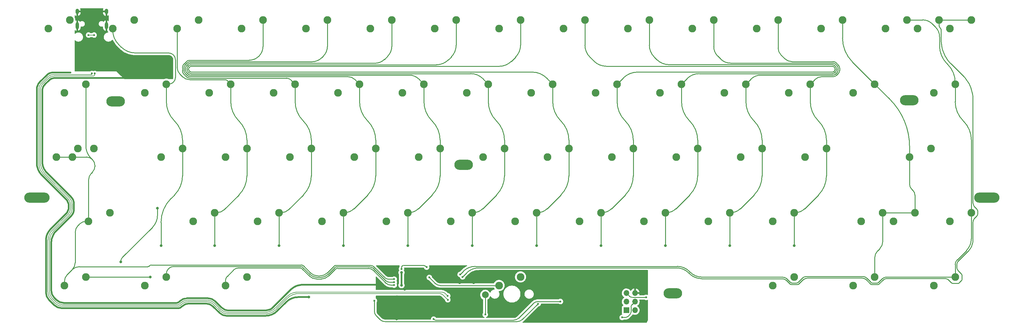
<source format=gtl>
G04 #@! TF.GenerationSoftware,KiCad,Pcbnew,(5.99.0-11336-g5116fa6d12)*
G04 #@! TF.CreationDate,2021-07-24T21:06:12+02:00*
G04 #@! TF.ProjectId,plain60-flex-mkd-ansi,706c6169-6e36-4302-9d66-6c65782d6d6b,rev?*
G04 #@! TF.SameCoordinates,Original*
G04 #@! TF.FileFunction,Copper,L1,Top*
G04 #@! TF.FilePolarity,Positive*
%FSLAX46Y46*%
G04 Gerber Fmt 4.6, Leading zero omitted, Abs format (unit mm)*
G04 Created by KiCad (PCBNEW (5.99.0-11336-g5116fa6d12)) date 2021-07-24 21:06:12*
%MOMM*%
%LPD*%
G01*
G04 APERTURE LIST*
G04 #@! TA.AperFunction,ComponentPad*
%ADD10C,2.286000*%
G04 #@! TD*
G04 #@! TA.AperFunction,ComponentPad*
%ADD11O,7.500000X3.000000*%
G04 #@! TD*
G04 #@! TA.AperFunction,ComponentPad*
%ADD12O,5.500000X3.000000*%
G04 #@! TD*
G04 #@! TA.AperFunction,ComponentPad*
%ADD13C,2.000000*%
G04 #@! TD*
G04 #@! TA.AperFunction,ComponentPad*
%ADD14O,1.000000X2.100000*%
G04 #@! TD*
G04 #@! TA.AperFunction,ComponentPad*
%ADD15O,1.000000X1.600000*%
G04 #@! TD*
G04 #@! TA.AperFunction,ComponentPad*
%ADD16R,1.700000X1.700000*%
G04 #@! TD*
G04 #@! TA.AperFunction,ComponentPad*
%ADD17O,1.700000X1.700000*%
G04 #@! TD*
G04 #@! TA.AperFunction,ViaPad*
%ADD18C,0.800000*%
G04 #@! TD*
G04 #@! TA.AperFunction,ViaPad*
%ADD19C,0.600000*%
G04 #@! TD*
G04 #@! TA.AperFunction,Conductor*
%ADD20C,0.500000*%
G04 #@! TD*
G04 #@! TA.AperFunction,Conductor*
%ADD21C,0.250000*%
G04 #@! TD*
G04 #@! TA.AperFunction,Conductor*
%ADD22C,0.200000*%
G04 #@! TD*
G04 APERTURE END LIST*
D10*
X78740000Y-23495000D03*
X72390000Y-26035000D03*
X97790000Y-23495000D03*
X91440000Y-26035000D03*
X154940000Y-23495000D03*
X148590000Y-26035000D03*
X173990000Y-23495000D03*
X167640000Y-26035000D03*
X135890000Y-23495000D03*
X129540000Y-26035000D03*
X116840000Y-23495000D03*
X110490000Y-26035000D03*
X16827500Y-23495000D03*
X10477500Y-26035000D03*
X145415000Y-4445000D03*
X139065000Y-6985000D03*
X183515000Y-4445000D03*
X177165000Y-6985000D03*
X88265000Y-4445000D03*
X81915000Y-6985000D03*
X240665000Y-4445000D03*
X234315000Y-6985000D03*
X221615000Y-4445000D03*
X215265000Y-6985000D03*
X202565000Y-4445000D03*
X196215000Y-6985000D03*
X164465000Y-4445000D03*
X158115000Y-6985000D03*
X126365000Y-4445000D03*
X120015000Y-6985000D03*
X107315000Y-4445000D03*
X100965000Y-6985000D03*
X69215000Y-4445000D03*
X62865000Y-6985000D03*
X31115000Y-4445000D03*
X24765000Y-6985000D03*
X12065000Y-4445000D03*
X5715000Y-6985000D03*
X40640000Y-80645000D03*
X34290000Y-83185000D03*
X150177500Y-61595000D03*
X143827500Y-64135000D03*
X226377500Y-61595000D03*
X220027500Y-64135000D03*
X169227500Y-61595000D03*
X162877500Y-64135000D03*
X131127500Y-61595000D03*
X124777500Y-64135000D03*
X188277500Y-61595000D03*
X181927500Y-64135000D03*
X16827500Y-80645000D03*
X10477500Y-83185000D03*
X269240000Y-4445000D03*
X262890000Y-6985000D03*
X250190000Y-23495000D03*
X243840000Y-26035000D03*
X54927500Y-61595000D03*
X48577500Y-64135000D03*
X193040000Y-23495000D03*
X186690000Y-26035000D03*
X121602500Y-42545000D03*
X115252500Y-45085000D03*
X64452500Y-42545000D03*
X58102500Y-45085000D03*
X266858700Y-42545000D03*
X260508700Y-45085000D03*
X278765000Y-61595000D03*
X272415000Y-64135000D03*
X178752500Y-42545000D03*
X172402500Y-45085000D03*
X274002487Y-23495061D03*
X267652487Y-26035061D03*
X231140000Y-23495000D03*
X224790000Y-26035000D03*
X64452500Y-80645000D03*
X58102500Y-83185000D03*
X83502500Y-42545000D03*
X77152500Y-45085000D03*
X159702500Y-42545000D03*
X153352500Y-45085000D03*
X102552500Y-42545000D03*
X96202500Y-45085000D03*
X45402500Y-42545000D03*
X39052500Y-45085000D03*
X197802500Y-42545000D03*
X191452500Y-45085000D03*
X23971250Y-61595000D03*
X17621250Y-64135000D03*
X235902500Y-42545000D03*
X229552500Y-45085000D03*
X216852500Y-42545000D03*
X210502500Y-45085000D03*
X212090000Y-23495000D03*
X205740000Y-26035000D03*
X140652500Y-42545000D03*
X134302500Y-45085000D03*
X19208750Y-42545000D03*
X12858750Y-45085000D03*
X112077500Y-61595000D03*
X105727500Y-64135000D03*
X250190000Y-80645000D03*
X243840000Y-83185000D03*
X73977500Y-61595000D03*
X67627500Y-64135000D03*
X226377500Y-80645000D03*
X220027500Y-83185000D03*
X274002728Y-80645072D03*
X267652728Y-83185072D03*
D11*
X283368988Y-57125000D03*
X2381252Y-57125000D03*
D10*
X40640000Y-23495000D03*
X34290000Y-26035000D03*
D12*
X190500160Y-85525000D03*
D10*
X93027500Y-61595000D03*
X86677500Y-64135000D03*
X14446277Y-42544925D03*
X8096277Y-45084925D03*
D12*
X260425000Y-28227050D03*
D10*
X259714977Y-4445061D03*
X253364977Y-6985061D03*
X252571287Y-61595061D03*
X246221287Y-64135061D03*
X278765087Y-4444961D03*
X272415087Y-6984961D03*
X207327500Y-61595000D03*
X200977500Y-64135000D03*
D12*
X128587608Y-47425040D03*
D10*
X59690000Y-23495000D03*
X53340000Y-26035000D03*
D12*
X25600000Y-28576024D03*
D10*
X262096347Y-61595011D03*
X255746347Y-64135011D03*
X145415000Y-80645000D03*
X139065000Y-83185000D03*
X50165000Y-4445000D03*
X43815000Y-6985000D03*
D13*
X134979287Y-85950061D03*
D14*
X22888000Y-6160000D03*
D15*
X22888000Y-1980000D03*
X14248000Y-1980000D03*
D14*
X14248000Y-6160000D03*
D16*
X176729287Y-90510061D03*
D17*
X179269287Y-90510061D03*
X176729287Y-87970061D03*
X179269287Y-87970061D03*
X176729287Y-85430061D03*
X179269287Y-85430061D03*
D18*
X37601287Y-20606061D03*
X126829287Y-89410061D03*
D19*
X24212462Y-14196886D03*
D18*
X170211075Y-83371849D03*
X105139287Y-78700061D03*
D19*
X21793000Y-9586348D03*
D18*
X108839287Y-86550061D03*
X122539287Y-78134640D03*
X131509287Y-82330061D03*
X114989287Y-78700061D03*
D19*
X19050016Y-10199332D03*
D18*
X108799287Y-93090061D03*
X127379287Y-82345606D03*
X174478035Y-91371313D03*
X117649287Y-89320061D03*
X111159469Y-84280243D03*
D19*
X15478138Y-15478912D03*
D18*
X110200000Y-83090774D03*
X82739287Y-86630061D03*
D19*
X12279287Y-20025061D03*
D18*
X110200000Y-79360061D03*
X37999287Y-60310061D03*
X27109287Y-76200061D03*
X35904226Y-80645000D03*
D19*
X150614189Y-88600061D03*
X102169287Y-87680061D03*
X108029287Y-81300061D03*
D18*
X39052500Y-71390061D03*
D19*
X108037345Y-82192003D03*
D18*
X54927500Y-71390061D03*
D19*
X108045403Y-83083945D03*
D18*
X73979287Y-71390061D03*
X93029287Y-71390061D03*
X112079287Y-71390061D03*
D19*
X118418934Y-80790061D03*
D18*
X131129287Y-71390061D03*
X150179287Y-71390061D03*
X169229287Y-71390061D03*
X188279287Y-71390061D03*
X207329287Y-71390061D03*
X226377500Y-71390061D03*
D19*
X127552091Y-79910061D03*
X128279287Y-80640061D03*
X19264287Y-8945061D03*
X17612287Y-8945061D03*
X182569287Y-86700061D03*
X117621675Y-77730061D03*
X110200000Y-78274573D03*
X175479287Y-92650061D03*
X134979287Y-91810061D03*
X123908425Y-87410923D03*
X18625016Y-20350061D03*
X123858934Y-86230061D03*
X19475016Y-20350061D03*
X119715287Y-93160061D03*
X157211075Y-87938273D03*
D20*
X12925758Y-57578867D02*
X13071851Y-57882232D01*
X8043753Y-67015589D02*
X7891004Y-67171434D01*
X7061732Y-21739859D02*
X6743918Y-21851067D01*
X12925756Y-61971252D02*
X12746615Y-62256352D01*
X4690391Y-23587914D02*
X4480449Y-23851172D01*
X3931366Y-25420362D02*
X3929297Y-25588722D01*
X4960490Y-49394376D02*
X5241014Y-49728692D01*
X4480449Y-23851172D02*
X4301303Y-24136282D01*
X13297845Y-60518857D02*
X13295682Y-60687212D01*
X5892202Y-22386236D02*
X5771627Y-22503751D01*
X6579287Y-70551123D02*
X6579287Y-84678426D01*
X6581476Y-70332914D02*
X6579287Y-70551123D01*
X44380306Y-88057168D02*
X44581732Y-87855742D01*
X13183059Y-58200047D02*
X13257984Y-58528315D01*
X77530666Y-84311778D02*
X77864982Y-84031254D01*
X4155206Y-24439656D02*
X4043994Y-24757481D01*
X3969067Y-25085759D02*
X3931366Y-25420362D01*
X4158259Y-47853305D02*
X4307523Y-48263405D01*
X13257982Y-61021804D02*
X13183057Y-61350072D01*
X7724593Y-21627234D02*
X7390000Y-21664934D01*
X4307523Y-48263405D02*
X4491961Y-48658934D01*
X78995953Y-83378287D02*
X79406053Y-83229023D01*
X4045306Y-47431758D02*
X4158259Y-47853305D01*
X71904293Y-89935055D02*
X77374821Y-84464527D01*
X3929297Y-25588722D02*
X3929297Y-46349003D01*
X5393763Y-49884537D02*
X12419167Y-56909941D01*
X12419167Y-56909941D02*
X12536682Y-57030516D01*
X70859238Y-90421442D02*
X71224236Y-90288593D01*
X7457966Y-86799746D02*
X8129601Y-87471381D01*
X6695296Y-69468368D02*
X6619513Y-69898156D01*
X5241014Y-49728692D02*
X5393763Y-49884537D01*
X78600424Y-83562725D02*
X78995953Y-83378287D01*
X5771627Y-22503751D02*
X4807976Y-23467402D01*
X4710170Y-49036883D02*
X4960490Y-49394376D01*
X12746615Y-62256352D02*
X12536680Y-62519602D01*
X7360160Y-67863243D02*
X7141951Y-68241192D01*
X70484039Y-90521976D02*
X70859238Y-90421442D01*
X55092961Y-87855742D02*
X56983591Y-89746372D01*
X13297846Y-59031263D02*
X13297845Y-60518857D01*
X3929297Y-46349003D02*
X3931486Y-46567212D01*
X3969523Y-47001970D02*
X4045306Y-47431758D01*
X4491961Y-48658934D02*
X4710170Y-49036883D01*
X71576277Y-90124435D02*
X71904293Y-89935055D01*
X37601287Y-20606061D02*
X37168063Y-21039285D01*
X13071851Y-57882232D02*
X13183059Y-58200047D01*
X4043994Y-24757481D02*
X3969067Y-25085759D01*
X35753850Y-21625071D02*
X7892948Y-21625071D01*
X59104911Y-90625051D02*
X69564790Y-90625051D01*
X6808249Y-69046821D02*
X6695296Y-69468368D01*
X78222475Y-83780934D02*
X78600424Y-83562725D01*
X13295682Y-60687212D02*
X13257982Y-61021804D01*
X7610480Y-67505750D02*
X7360160Y-67863243D01*
X80692146Y-83002250D02*
X80910355Y-83000061D01*
X71224236Y-90288593D02*
X71576277Y-90124435D01*
X12536682Y-57030516D02*
X12746617Y-57293766D01*
X79406053Y-83229023D02*
X79827600Y-83116070D01*
X13257984Y-58528315D02*
X13295683Y-58862908D01*
X3931486Y-46567212D02*
X3969523Y-47001970D01*
X7891004Y-67171434D02*
X7610480Y-67505750D01*
X77864982Y-84031254D02*
X78222475Y-83780934D01*
X13183057Y-61350072D02*
X13071849Y-61667887D01*
X46703053Y-86977062D02*
X52971641Y-86977063D01*
X10250922Y-88350061D02*
X43673199Y-88350061D01*
X69564790Y-90625051D02*
X69711721Y-90623527D01*
X12536680Y-62519602D02*
X12419165Y-62640177D01*
X12419165Y-62640177D02*
X8043753Y-67015589D01*
X6155452Y-22176301D02*
X5892202Y-22386236D01*
X7390000Y-21664934D02*
X7061732Y-21739859D01*
X69711721Y-90623527D02*
X70101525Y-90589425D01*
X7141951Y-68241192D02*
X6957513Y-68636721D01*
X80910355Y-83000061D02*
X104359287Y-83000061D01*
X13071849Y-61667887D02*
X12925756Y-61971252D01*
X79827600Y-83116070D02*
X80257388Y-83040287D01*
X12746617Y-57293766D02*
X12925758Y-57578867D01*
X6957513Y-68636721D02*
X6808249Y-69046821D01*
X6440553Y-21997160D02*
X6155452Y-22176301D01*
X6619513Y-69898156D02*
X6581476Y-70332914D01*
X70101525Y-90589425D02*
X70484039Y-90521976D01*
X77374821Y-84464527D02*
X77530666Y-84311778D01*
X7892948Y-21625071D02*
X7724593Y-21627234D01*
X6743918Y-21851067D02*
X6440553Y-21997160D01*
X13295683Y-58862908D02*
X13297846Y-59031263D01*
X80257388Y-83040287D02*
X80692146Y-83002250D01*
X4807976Y-23467402D02*
X4690391Y-23587914D01*
X4301303Y-24136282D02*
X4155206Y-24439656D01*
X59104911Y-90625051D02*
G75*
G02*
X56983591Y-89746372I-1J2999998D01*
G01*
X55092961Y-87855742D02*
G75*
G03*
X52971641Y-86977063I-2121319J-2121319D01*
G01*
X10250922Y-88350060D02*
G75*
G02*
X8129602Y-87471380I-3J2999993D01*
G01*
X44380306Y-88057168D02*
G75*
G02*
X43673199Y-88350061I-707104J707101D01*
G01*
X7457966Y-86799746D02*
G75*
G02*
X6579287Y-84678426I2121319J2121319D01*
G01*
X46703053Y-86977062D02*
G75*
G03*
X44581732Y-87855742I2J-3000005D01*
G01*
X35753850Y-21625070D02*
G75*
G03*
X37168062Y-21039284I0J1999999D01*
G01*
X2558239Y-48443278D02*
X2707503Y-48853378D01*
X11709517Y-59169732D02*
X11747218Y-59504335D01*
X2707503Y-48853378D02*
X2891941Y-49248907D01*
X2331346Y-24828321D02*
X2329277Y-24996681D01*
X2445286Y-48021731D02*
X2558239Y-48443278D01*
X3360470Y-49984349D02*
X3640994Y-50318665D01*
X11749287Y-59877420D02*
X11747124Y-60045775D01*
X11198135Y-57935145D02*
X11377281Y-58220255D01*
X5408954Y-67995286D02*
X5259690Y-68405386D01*
X6061921Y-66864315D02*
X5811601Y-67221808D01*
X7132537Y-20027130D02*
X6797933Y-20064831D01*
X3793743Y-50474510D02*
X10870608Y-57551375D01*
X5300088Y-20786155D02*
X5179576Y-20903741D01*
X9610958Y-89900091D02*
X44313163Y-89900091D01*
X3207956Y-22875361D02*
X3090371Y-22995873D01*
X73468737Y-90710605D02*
X76084815Y-88094527D01*
X47344488Y-88525621D02*
X52330206Y-88525621D01*
X10988122Y-61878166D02*
X10870607Y-61998741D01*
X11634590Y-58841454D02*
X11709517Y-59169732D01*
X10988193Y-57671887D02*
X11198135Y-57935145D01*
X11523378Y-58523629D02*
X11634590Y-58841454D01*
X2555186Y-23847615D02*
X2443974Y-24165440D01*
X5070954Y-69256721D02*
X5032917Y-69691479D01*
X2701283Y-23544241D02*
X2555186Y-23847615D01*
X5909408Y-87441182D02*
X7489638Y-89021412D01*
X79620349Y-86630061D02*
X82739287Y-86630061D01*
X2329277Y-46938976D02*
X2331466Y-47157185D01*
X11634499Y-60708636D02*
X11523291Y-61026450D01*
X110200000Y-79360061D02*
X110200000Y-83090774D01*
X2369503Y-47591943D02*
X2445286Y-48021731D01*
X11749287Y-59672695D02*
X11749287Y-59877420D01*
X2331466Y-47157185D02*
X2369503Y-47591943D01*
X10870607Y-61998741D02*
X6495194Y-66374154D01*
X5563346Y-20576213D02*
X5300088Y-20786155D01*
X54451527Y-89404301D02*
X56343618Y-91296392D01*
X11523291Y-61026450D02*
X11377198Y-61329815D01*
X5259690Y-68405386D02*
X5146737Y-68826933D01*
X2891941Y-49248907D02*
X3110150Y-49626856D01*
X6797933Y-20064831D02*
X6469655Y-20139758D01*
X3090371Y-22995873D02*
X2880429Y-23259131D01*
X5593392Y-67599757D02*
X5408954Y-67995286D01*
X2443974Y-24165440D02*
X2369047Y-24493718D01*
X6495194Y-66374154D02*
X6342445Y-66529999D01*
X11747218Y-59504335D02*
X11749287Y-59672695D01*
X3640994Y-50318665D02*
X3793743Y-50474510D01*
X5848456Y-20397067D02*
X5563346Y-20576213D01*
X11198057Y-61614916D02*
X10988122Y-61878166D01*
X11747124Y-60045775D02*
X11709424Y-60380368D01*
X5146737Y-68826933D02*
X5070954Y-69256721D01*
X45020270Y-89607198D02*
X45223168Y-89404300D01*
X11377281Y-58220255D02*
X11523378Y-58523629D01*
X6151830Y-20250969D02*
X5848456Y-20397067D01*
X2880429Y-23259131D02*
X2701283Y-23544241D01*
X5179576Y-20903741D02*
X3207956Y-22875361D01*
X10870608Y-57551375D02*
X10988193Y-57671887D01*
X5032917Y-69691479D02*
X5030728Y-69909688D01*
X5811601Y-67221808D02*
X5593392Y-67599757D01*
X6469655Y-20139758D02*
X6151830Y-20250969D01*
X11709424Y-60380368D02*
X11634499Y-60708636D01*
X3110150Y-49626856D02*
X3360470Y-49984349D01*
X5030728Y-69909688D02*
X5030728Y-85319861D01*
X58464938Y-92175071D02*
X69933203Y-92175071D01*
X12279287Y-20025061D02*
X7300897Y-20025061D01*
X2369047Y-24493718D02*
X2331346Y-24828321D01*
X6342445Y-66529999D02*
X6061921Y-66864315D01*
X11377198Y-61329815D02*
X11198057Y-61614916D01*
X7300897Y-20025061D02*
X7132537Y-20027130D01*
X2329277Y-24996681D02*
X2329277Y-46938976D01*
X79620349Y-86630061D02*
G75*
G03*
X76084815Y-88094527I-1J-4999998D01*
G01*
X56343618Y-91296392D02*
G75*
G03*
X58464938Y-92175071I2121319J2121319D01*
G01*
X73468737Y-90710605D02*
G75*
G02*
X69933203Y-92175071I-3535533J3535532D01*
G01*
X7489638Y-89021412D02*
G75*
G03*
X9610958Y-89900091I2121319J2121319D01*
G01*
X5909408Y-87441182D02*
G75*
G02*
X5030728Y-85319861I2121325J2121323D01*
G01*
X54451527Y-89404301D02*
G75*
G03*
X52330206Y-88525621I-2121323J-2121325D01*
G01*
X45223168Y-89404300D02*
G75*
G02*
X47344488Y-88525621I2121319J-2121319D01*
G01*
X45020270Y-89607198D02*
G75*
G02*
X44313163Y-89900091I-707106J707106D01*
G01*
D21*
X36534821Y-65934527D02*
X27695073Y-74774275D01*
X37999287Y-60310061D02*
X37999287Y-62398993D01*
X27109287Y-76188488D02*
X27109287Y-76200061D01*
X37999287Y-62398993D02*
G75*
G02*
X36534821Y-65934527I-4999998J-1D01*
G01*
X27109288Y-76188488D02*
G75*
G02*
X27695074Y-74774276I1999999J0D01*
G01*
X39052500Y-45085000D02*
X39099287Y-45131787D01*
X48579287Y-64136787D02*
X48577500Y-64135000D01*
X48577500Y-64135000D02*
X48577500Y-63525000D01*
X35904226Y-80645000D02*
X16827500Y-80645000D01*
X105277714Y-93900061D02*
X144450860Y-93900061D01*
X150579287Y-88600061D02*
X150614189Y-88600061D01*
X102169287Y-87680061D02*
X102169287Y-90791634D01*
X145865074Y-93314274D02*
X150579287Y-88600061D01*
X102755074Y-92205848D02*
X103863501Y-93314275D01*
X145865074Y-93314274D02*
G75*
G02*
X144450860Y-93900061I-1414214J1414213D01*
G01*
X102755074Y-92205848D02*
G75*
G02*
X102169287Y-90791634I1414213J1414214D01*
G01*
X103863501Y-93314275D02*
G75*
G03*
X105277714Y-93900061I1414213J1414214D01*
G01*
X105416620Y-80965079D02*
X105208810Y-80805620D01*
X35732360Y-77246988D02*
X35525733Y-77453615D01*
X90204967Y-77492945D02*
X88225570Y-79472342D01*
X17621250Y-51960739D02*
X17621250Y-64135000D01*
X16827500Y-23495000D02*
X16827500Y-41857206D01*
X106138481Y-81264083D02*
X105885467Y-81196288D01*
X101162955Y-77236030D02*
X100903257Y-77201841D01*
X86104250Y-80351021D02*
X85424324Y-80351021D01*
X12790607Y-78478741D02*
X11356179Y-79913169D01*
X101657969Y-77404065D02*
X101415969Y-77303825D01*
X105208810Y-80805620D02*
X105114936Y-80714274D01*
X80516989Y-77100541D02*
X36085914Y-77100541D01*
X105114936Y-80714274D02*
X102186500Y-77785838D01*
X101415969Y-77303825D02*
X101162955Y-77236030D01*
X19489287Y-47625595D02*
X19489287Y-47814527D01*
X12858750Y-45085000D02*
X12858675Y-45084925D01*
X102186500Y-77785838D02*
X102092626Y-77694493D01*
X105643467Y-81096048D02*
X105416620Y-80965079D01*
X105885467Y-81196288D02*
X105643467Y-81096048D01*
X12790607Y-78478741D02*
X12684287Y-78585061D01*
X106398180Y-81298273D02*
X106138481Y-81264083D01*
X106529150Y-81300061D02*
X106398180Y-81298273D01*
X108029287Y-81300061D02*
X106529150Y-81300061D01*
X100772287Y-77200052D02*
X90912074Y-77200052D01*
X18291966Y-45392740D02*
X18716459Y-45817233D01*
X101884815Y-77535035D02*
X101657969Y-77404065D01*
X83303003Y-79472341D02*
X81224096Y-77393434D01*
X12858750Y-45085000D02*
X16948692Y-45085000D01*
X10477500Y-82034489D02*
X10477500Y-83185000D01*
X14547967Y-65341381D02*
X14875669Y-65013679D01*
X18716459Y-45817233D02*
X18757054Y-45857828D01*
X16996989Y-64135000D02*
X17621250Y-64135000D01*
X35172180Y-77600061D02*
X14911928Y-77600061D01*
X100903257Y-77201841D02*
X100772287Y-77200052D01*
X18757054Y-49582294D02*
X18499929Y-49839419D01*
X12858675Y-45084925D02*
X8096277Y-45084925D01*
X102092626Y-77694493D02*
X101884815Y-77535035D01*
X13669287Y-76357420D02*
X13669287Y-67462702D01*
X18716459Y-45817233D02*
G75*
G03*
X16948692Y-45085000I-1767765J-1767764D01*
G01*
X86104250Y-80351021D02*
G75*
G03*
X88225570Y-79472342I1J2999998D01*
G01*
X18757054Y-45857828D02*
G75*
G02*
X19489287Y-47625595I-1767764J-1767765D01*
G01*
X83303003Y-79472341D02*
G75*
G03*
X85424324Y-80351021I2121323J2121325D01*
G01*
X16996989Y-64135000D02*
G75*
G03*
X14875669Y-65013679I-1J-2999998D01*
G01*
X18291966Y-45392740D02*
G75*
G02*
X16827500Y-41857206I3535532J3535533D01*
G01*
X90204967Y-77492945D02*
G75*
G02*
X90912074Y-77200052I707106J-707106D01*
G01*
X13669288Y-67462702D02*
G75*
G02*
X14547968Y-65341382I2999993J3D01*
G01*
X35732360Y-77246988D02*
G75*
G02*
X36085914Y-77100541I353553J-353550D01*
G01*
X18757054Y-49582294D02*
G75*
G03*
X19489287Y-47814527I-1767764J1767765D01*
G01*
X18499929Y-49839419D02*
G75*
G03*
X17621250Y-51960739I2121319J-2121319D01*
G01*
X80516989Y-77100542D02*
G75*
G02*
X81224095Y-77393435I1J-999998D01*
G01*
X12790607Y-78478741D02*
G75*
G02*
X14911928Y-77600061I2121323J-2121325D01*
G01*
X35172180Y-77600060D02*
G75*
G03*
X35525733Y-77453615I0J500001D01*
G01*
X10477500Y-82034489D02*
G75*
G02*
X11356179Y-79913169I2999998J1D01*
G01*
X13669286Y-76357420D02*
G75*
G02*
X12790606Y-78478740I-2999993J-3D01*
G01*
X100977247Y-77686039D02*
X101230261Y-77753834D01*
X106785374Y-82192003D02*
X108037345Y-82192003D01*
X45402500Y-42545000D02*
X45402500Y-50686292D01*
X106141692Y-82088230D02*
X106394706Y-82156025D01*
X26522360Y-11743134D02*
X27271928Y-12492702D01*
X41225787Y-78263561D02*
X41353501Y-78135847D01*
X101906918Y-78144502D02*
X102000792Y-78235848D01*
X106394706Y-82156025D02*
X106654404Y-82190214D01*
X101230261Y-77753834D02*
X101472261Y-77854074D01*
X43059354Y-34419354D02*
X42983146Y-34343146D01*
X105371161Y-81606217D02*
X105465035Y-81697562D01*
X102000792Y-78235848D02*
X105371161Y-81606217D01*
X85238126Y-80800541D02*
X86290448Y-80800541D01*
X81037898Y-77842954D02*
X83116806Y-79921862D01*
X24765000Y-6985000D02*
X24765000Y-7500493D01*
X88411769Y-79921861D02*
X90390676Y-77942954D01*
X105672846Y-81857020D02*
X105899692Y-81987990D01*
X42767714Y-77550061D02*
X80330791Y-77550061D01*
X39052500Y-71390061D02*
X39052500Y-64492136D01*
X91097783Y-77650061D02*
X100586578Y-77650061D01*
X40640000Y-23495000D02*
X40640000Y-28686292D01*
X105465035Y-81697562D02*
X105672846Y-81857020D01*
X106654404Y-82190214D02*
X106785374Y-82192003D01*
X40640000Y-80645000D02*
X40640000Y-79677775D01*
X45402500Y-42545000D02*
X45402500Y-40076208D01*
X105899692Y-81987990D02*
X106141692Y-82088230D01*
X100586578Y-77650061D02*
X100717548Y-77651849D01*
X101699108Y-77985043D02*
X101906918Y-78144502D01*
X41316287Y-23495000D02*
X40640000Y-23495000D01*
X101472261Y-77854074D02*
X101699108Y-77985043D01*
X100717548Y-77651849D02*
X100977247Y-77686039D01*
X43316287Y-16250061D02*
X43316287Y-21495000D01*
X41981432Y-57421068D02*
X43059354Y-56343146D01*
X31514568Y-14250061D02*
X41316287Y-14250061D01*
X88411769Y-79921861D02*
G75*
G02*
X86290448Y-80800541I-2121318J2121314D01*
G01*
X45402500Y-50686292D02*
G75*
G02*
X43059354Y-56343146I-8000003J2D01*
G01*
X41225787Y-78263561D02*
G75*
G03*
X40640000Y-79677775I1414213J-1414214D01*
G01*
X45402500Y-40076208D02*
G75*
G03*
X43059354Y-34419354I-8000003J-2D01*
G01*
X41316287Y-14250061D02*
G75*
G02*
X43316287Y-16250061I1J-1999999D01*
G01*
X85238126Y-80800541D02*
G75*
G02*
X83116806Y-79921862I-1J2999998D01*
G01*
X81037898Y-77842954D02*
G75*
G03*
X80330791Y-77550061I-707106J-707106D01*
G01*
X39052500Y-64492136D02*
G75*
G02*
X41981432Y-57421068I9999996J2D01*
G01*
X91097783Y-77650062D02*
G75*
G03*
X90390677Y-77942955I-3J-999993D01*
G01*
X26522360Y-11743134D02*
G75*
G02*
X24765000Y-7500493I4242639J4242641D01*
G01*
X41316287Y-23495000D02*
G75*
G03*
X43316287Y-21495000I1J1999999D01*
G01*
X40640000Y-28686292D02*
G75*
G03*
X42983146Y-34343146I8000003J2D01*
G01*
X41353501Y-78135847D02*
G75*
G02*
X42767714Y-77550061I1414213J-1414214D01*
G01*
X31514568Y-14250061D02*
G75*
G02*
X27271928Y-12492702I2J6000003D01*
G01*
X59690000Y-23495000D02*
X58663089Y-22468089D01*
X86476646Y-81250061D02*
X85051928Y-81250061D01*
X64452500Y-42545000D02*
X64452500Y-50686292D01*
X54927500Y-61595000D02*
X54927500Y-71390061D01*
X59690000Y-28686292D02*
X59690000Y-23495000D01*
X58102500Y-81828427D02*
X58102500Y-83185000D01*
X80145073Y-78000061D02*
X61930866Y-78000061D01*
X45405742Y-21296516D02*
X44693679Y-20584453D01*
X64452500Y-42545000D02*
X64452500Y-40076208D01*
X57955982Y-22175196D02*
X47527063Y-22175196D01*
X60516652Y-78585848D02*
X58688286Y-80414214D01*
X43815000Y-18463133D02*
X43815000Y-6985000D01*
X90576394Y-78392954D02*
X88597966Y-80371382D01*
X105627384Y-82498158D02*
X101815073Y-78685847D01*
X82930607Y-80371381D02*
X80852180Y-78292954D01*
X108045403Y-83083945D02*
X107041598Y-83083945D01*
X100400860Y-78100061D02*
X91283501Y-78100061D01*
X54927500Y-61595000D02*
X55614859Y-61595000D01*
X57736180Y-60716320D02*
X62109354Y-56343146D01*
X62109354Y-34419354D02*
X62033146Y-34343146D01*
X60516652Y-78585848D02*
G75*
G02*
X61930866Y-78000061I1414214J-1414213D01*
G01*
X58102501Y-81828427D02*
G75*
G02*
X58688287Y-80414215I1999999J0D01*
G01*
X105627384Y-82498158D02*
G75*
G03*
X107041598Y-83083945I1414214J1414213D01*
G01*
X62033146Y-34343146D02*
G75*
G02*
X59690000Y-28686292I5656857J5656856D01*
G01*
X86476646Y-81250061D02*
G75*
G03*
X88597966Y-80371382I1J2999998D01*
G01*
X80145073Y-78000062D02*
G75*
G02*
X80852179Y-78292955I3J-999993D01*
G01*
X62109354Y-56343146D02*
G75*
G03*
X64452500Y-50686292I-5656857J5656856D01*
G01*
X43815000Y-18463133D02*
G75*
G03*
X44693679Y-20584453I2999998J-1D01*
G01*
X82930607Y-80371381D02*
G75*
G03*
X85051928Y-81250061I2121318J2121314D01*
G01*
X57736180Y-60716320D02*
G75*
G02*
X55614859Y-61595000I-2121323J2121325D01*
G01*
X62109354Y-34419354D02*
G75*
G02*
X64452500Y-40076208I-5656857J-5656856D01*
G01*
X100400860Y-78100062D02*
G75*
G02*
X101815072Y-78685848I0J-1999999D01*
G01*
X45405742Y-21296516D02*
G75*
G03*
X47527063Y-22175196I2121323J2121325D01*
G01*
X57955982Y-22175197D02*
G75*
G02*
X58663088Y-22468090I3J-999993D01*
G01*
X90576394Y-78392954D02*
G75*
G02*
X91283501Y-78100061I707106J-707106D01*
G01*
X46535072Y-21285846D02*
X45840547Y-20591321D01*
X78740000Y-23495000D02*
X77555972Y-22310972D01*
X73977500Y-61571848D02*
X73977500Y-61595000D01*
X81159354Y-34419354D02*
X81083146Y-34343146D01*
X47585818Y-16401981D02*
X65156165Y-16401981D01*
X83502500Y-42545000D02*
X83502500Y-50686292D01*
X78740000Y-28686292D02*
X78740000Y-23495000D01*
X76141759Y-21725186D02*
X47595732Y-21725186D01*
X73979287Y-71390061D02*
X73979287Y-61596787D01*
X73977500Y-61595000D02*
X74664859Y-61595000D01*
X69215000Y-12343146D02*
X69215000Y-4445000D01*
X83502500Y-42545000D02*
X83502500Y-40076208D01*
X45840547Y-17525932D02*
X46525158Y-16841321D01*
X73979287Y-61596787D02*
X73977500Y-61595000D01*
X67984592Y-15230408D02*
X68043427Y-15171573D01*
X45401207Y-19530661D02*
X45401207Y-18586592D01*
X76786180Y-60716320D02*
X81159354Y-56343146D01*
X81159354Y-56343146D02*
G75*
G03*
X83502500Y-50686292I-5656857J5656856D01*
G01*
X78740000Y-28686292D02*
G75*
G03*
X81083146Y-34343146I8000003J2D01*
G01*
X47595732Y-21725185D02*
G75*
G02*
X46535073Y-21285845I1J1500001D01*
G01*
X69215000Y-12343146D02*
G75*
G02*
X68043427Y-15171573I-3999999J0D01*
G01*
X76141759Y-21725187D02*
G75*
G02*
X77555971Y-22310973I0J-1999999D01*
G01*
X46525158Y-16841321D02*
G75*
G02*
X47585818Y-16401981I1060661J-1060662D01*
G01*
X76786180Y-60716320D02*
G75*
G02*
X74664859Y-61595000I-2121323J2121325D01*
G01*
X45401208Y-18586592D02*
G75*
G02*
X45840548Y-17525933I1500001J-1D01*
G01*
X45401208Y-19530661D02*
G75*
G03*
X45840548Y-20591320I1500001J1D01*
G01*
X83502500Y-40076208D02*
G75*
G03*
X81159354Y-34419354I-8000003J-2D01*
G01*
X65156165Y-16401981D02*
G75*
G03*
X67984592Y-15230408I0J3999999D01*
G01*
X93029287Y-71390061D02*
X93029287Y-61596787D01*
X102552500Y-42545000D02*
X102552500Y-50686292D01*
X45850727Y-19410885D02*
X45850727Y-18669237D01*
X93027500Y-61595000D02*
X93300646Y-61595000D01*
X46216844Y-17785353D02*
X46784580Y-17217617D01*
X100209354Y-34419354D02*
X100133146Y-34343146D01*
X94327535Y-21275176D02*
X47715017Y-21275176D01*
X96129073Y-60423427D02*
X100209354Y-56343146D01*
X97790000Y-28686292D02*
X97790000Y-23495000D01*
X47668463Y-16851501D02*
X83756645Y-16851501D01*
X97790000Y-23495000D02*
X96448855Y-22153855D01*
X46831133Y-20909059D02*
X46216843Y-20294768D01*
X88265000Y-12343146D02*
X88265000Y-4445000D01*
X93029287Y-61596787D02*
X93027500Y-61595000D01*
X86585072Y-15679928D02*
X87093427Y-15171573D01*
X102552500Y-42545000D02*
X102552500Y-40076208D01*
X46216844Y-17785353D02*
G75*
G03*
X45850727Y-18669237I883885J-883885D01*
G01*
X87093427Y-15171573D02*
G75*
G03*
X88265000Y-12343146I-2828426J2828427D01*
G01*
X102552500Y-40076208D02*
G75*
G03*
X100209354Y-34419354I-8000003J-2D01*
G01*
X47668463Y-16851501D02*
G75*
G03*
X46784580Y-17217617I-2J-1249995D01*
G01*
X100209354Y-56343146D02*
G75*
G03*
X102552500Y-50686292I-5656857J5656856D01*
G01*
X46831133Y-20909059D02*
G75*
G03*
X47715017Y-21275176I883885J883885D01*
G01*
X96129073Y-60423427D02*
G75*
G02*
X93300646Y-61595000I-2828427J2828426D01*
G01*
X97790000Y-28686292D02*
G75*
G03*
X100133146Y-34343146I8000003J2D01*
G01*
X86585072Y-15679928D02*
G75*
G02*
X83756645Y-16851501I-2828427J2828426D01*
G01*
X46216843Y-20294768D02*
G75*
G02*
X45850727Y-19410885I883879J883881D01*
G01*
X96448855Y-22153855D02*
G75*
G03*
X94327535Y-21275176I-2121319J-2121319D01*
G01*
X47751107Y-17301021D02*
X102357125Y-17301021D01*
X121602500Y-42545000D02*
X121602500Y-50686292D01*
X46300247Y-19328241D02*
X46300247Y-18751881D01*
X105185552Y-16129448D02*
X106143427Y-15171573D01*
X119259354Y-34419354D02*
X119183146Y-34343146D01*
X112079287Y-61596787D02*
X112077500Y-61595000D01*
X112077500Y-61595000D02*
X112350646Y-61595000D01*
X116840000Y-23495000D02*
X115341739Y-21996739D01*
X116840000Y-28686292D02*
X116840000Y-23495000D01*
X112513312Y-20825166D02*
X47797172Y-20825166D01*
X112079287Y-71390061D02*
X112079287Y-61596787D01*
X46593140Y-18044774D02*
X47044000Y-17593914D01*
X107315000Y-12343146D02*
X107315000Y-4445000D01*
X47090065Y-20532273D02*
X46593140Y-20035348D01*
X121602500Y-42545000D02*
X121602500Y-40076208D01*
X115179073Y-60423427D02*
X119259354Y-56343146D01*
X102357125Y-17301021D02*
G75*
G03*
X105185552Y-16129448I0J3999999D01*
G01*
X46593140Y-18044774D02*
G75*
G03*
X46300247Y-18751881I707106J-707106D01*
G01*
X119259354Y-56343146D02*
G75*
G03*
X121602500Y-50686292I-5656857J5656856D01*
G01*
X121602500Y-40076208D02*
G75*
G03*
X119259354Y-34419354I-8000003J-2D01*
G01*
X106143427Y-15171573D02*
G75*
G03*
X107315000Y-12343146I-2828426J2828427D01*
G01*
X115179073Y-60423427D02*
G75*
G02*
X112350646Y-61595000I-2828427J2828426D01*
G01*
X116840000Y-28686292D02*
G75*
G03*
X119183146Y-34343146I8000003J2D01*
G01*
X112513312Y-20825166D02*
G75*
G02*
X115341739Y-21996739I0J-3999999D01*
G01*
X47090065Y-20532273D02*
G75*
G03*
X47797172Y-20825166I707106J707106D01*
G01*
X47044000Y-17593914D02*
G75*
G02*
X47751107Y-17301021I707106J-707106D01*
G01*
X46593140Y-20035348D02*
G75*
G02*
X46300247Y-19328241I707106J707106D01*
G01*
X135890000Y-23495000D02*
X134234622Y-21839622D01*
X131127500Y-61595000D02*
X131400646Y-61595000D01*
X131129287Y-61596787D02*
X131127500Y-61595000D01*
X47833750Y-17750541D02*
X120543391Y-17750541D01*
X134229073Y-60423427D02*
X138309354Y-56343146D01*
X138309354Y-34419354D02*
X138233146Y-34343146D01*
X140652500Y-42545000D02*
X140652500Y-50686292D01*
X120228086Y-82599213D02*
X118418934Y-80790061D01*
X131129287Y-71390061D02*
X131129287Y-61596787D01*
X140652500Y-42545000D02*
X140652500Y-40076208D01*
X124078925Y-16286075D02*
X124900534Y-15464466D01*
X126365000Y-11928932D02*
X126365000Y-4445000D01*
X130699088Y-20375156D02*
X47879324Y-20375156D01*
X46969437Y-18304194D02*
X47303420Y-17970211D01*
X47348994Y-20155486D02*
X46969436Y-19775928D01*
X135890000Y-28686292D02*
X135890000Y-23495000D01*
X46749767Y-19245598D02*
X46749767Y-18834524D01*
X139065000Y-83185000D02*
X121642300Y-83185000D01*
X134234622Y-21839622D02*
G75*
G03*
X130699088Y-20375156I-3535533J-3535532D01*
G01*
X140652500Y-40076208D02*
G75*
G03*
X138309354Y-34419354I-8000003J-2D01*
G01*
X46749768Y-18834524D02*
G75*
G02*
X46969438Y-18304195I749992J3D01*
G01*
X121642300Y-83184999D02*
G75*
G02*
X120228087Y-82599212I0J1999999D01*
G01*
X138233146Y-34343146D02*
G75*
G02*
X135890000Y-28686292I5656857J5656856D01*
G01*
X140652500Y-50686292D02*
G75*
G02*
X138309354Y-56343146I-8000003J2D01*
G01*
X134229073Y-60423427D02*
G75*
G02*
X131400646Y-61595000I-2828427J2828426D01*
G01*
X47303420Y-17970211D02*
G75*
G02*
X47833750Y-17750541I530327J-530323D01*
G01*
X124078925Y-16286075D02*
G75*
G02*
X120543391Y-17750541I-3535533J3535532D01*
G01*
X124900534Y-15464466D02*
G75*
G03*
X126365000Y-11928932I-3535532J3535533D01*
G01*
X47348994Y-20155486D02*
G75*
G03*
X47879324Y-20375156I530327J530323D01*
G01*
X46749768Y-19245598D02*
G75*
G03*
X46969436Y-19775928I750002J0D01*
G01*
X154940000Y-28686292D02*
X154940000Y-23495000D01*
X47916394Y-18200061D02*
X139143871Y-18200061D01*
X154940000Y-23495000D02*
X153127505Y-21682505D01*
X159702500Y-42545000D02*
X159702500Y-40076208D01*
X150179287Y-71390061D02*
X150179287Y-61596787D01*
X150179287Y-61596787D02*
X150177500Y-61595000D01*
X47345734Y-18563614D02*
X47562841Y-18346507D01*
X157359354Y-34419354D02*
X157283146Y-34343146D01*
X47199287Y-19162954D02*
X47199287Y-18917168D01*
X150177500Y-61595000D02*
X150450646Y-61595000D01*
X153279073Y-60423427D02*
X157359354Y-56343146D01*
X47607925Y-19778699D02*
X47345733Y-19516507D01*
X142679405Y-16735595D02*
X143950534Y-15464466D01*
X145415000Y-4445000D02*
X145415000Y-11928932D01*
X159702500Y-42545000D02*
X159702500Y-50686292D01*
X148884865Y-19925146D02*
X47961479Y-19925146D01*
X47199287Y-18917168D02*
G75*
G02*
X47345734Y-18563614I499997J1D01*
G01*
X142679405Y-16735595D02*
G75*
G02*
X139143871Y-18200061I-3535533J3535532D01*
G01*
X148884865Y-19925146D02*
G75*
G02*
X153127505Y-21682505I-2J-6000003D01*
G01*
X153279073Y-60423427D02*
G75*
G02*
X150450646Y-61595000I-2828427J2828426D01*
G01*
X47345733Y-19516507D02*
G75*
G02*
X47199287Y-19162954I353556J353553D01*
G01*
X157359354Y-34419354D02*
G75*
G02*
X159702500Y-40076208I-5656857J-5656856D01*
G01*
X47562841Y-18346507D02*
G75*
G02*
X47916394Y-18200061I353553J-353556D01*
G01*
X143950534Y-15464466D02*
G75*
G03*
X145415000Y-11928932I-3535532J3535533D01*
G01*
X159702500Y-50686292D02*
G75*
G02*
X157359354Y-56343146I-8000003J2D01*
G01*
X157283146Y-34343146D02*
G75*
G02*
X154940000Y-28686292I5656857J5656856D01*
G01*
X47961479Y-19925146D02*
G75*
G02*
X47607925Y-19778699I-1J499997D01*
G01*
X172329073Y-60423427D02*
X176409354Y-56343146D01*
X180045135Y-19925146D02*
X237717095Y-19925146D01*
X178752500Y-42545000D02*
X178752500Y-50686292D01*
X173990000Y-23495000D02*
X175802495Y-21682505D01*
X173990000Y-28686292D02*
X173990000Y-23495000D01*
X238070649Y-19778699D02*
X238302841Y-19546507D01*
X178752500Y-42545000D02*
X178752500Y-40076208D01*
X167170595Y-16705595D02*
X165929466Y-15464466D01*
X238302840Y-18593614D02*
X238025733Y-18316507D01*
X176409354Y-34419354D02*
X176333146Y-34343146D01*
X169227500Y-61595000D02*
X169500646Y-61595000D01*
X237672180Y-18170061D02*
X170706129Y-18170061D01*
X169229287Y-71390061D02*
X169229287Y-61596787D01*
X164465000Y-4445000D02*
X164465000Y-11928932D01*
X169229287Y-61596787D02*
X169227500Y-61595000D01*
X238449287Y-19192954D02*
X238449287Y-18947168D01*
X237672180Y-18170062D02*
G75*
G02*
X238025733Y-18316507I0J-500001D01*
G01*
X175802495Y-21682505D02*
G75*
G02*
X180045135Y-19925146I4242642J-4242644D01*
G01*
X178752500Y-50686292D02*
G75*
G02*
X176409354Y-56343146I-8000003J2D01*
G01*
X176333146Y-34343146D02*
G75*
G02*
X173990000Y-28686292I5656857J5656856D01*
G01*
X169500646Y-61595000D02*
G75*
G03*
X172329073Y-60423427I0J3999999D01*
G01*
X238070649Y-19778699D02*
G75*
G02*
X237717095Y-19925146I-353553J353550D01*
G01*
X238449286Y-19192954D02*
G75*
G02*
X238302841Y-19546507I-500001J0D01*
G01*
X176409354Y-34419354D02*
G75*
G02*
X178752500Y-40076208I-5656857J-5656856D01*
G01*
X170706129Y-18170061D02*
G75*
G02*
X167170595Y-16705595I-1J4999998D01*
G01*
X238302840Y-18593614D02*
G75*
G02*
X238449287Y-18947168I-353550J-353553D01*
G01*
X164465000Y-11928932D02*
G75*
G03*
X165929466Y-15464466I4999998J-1D01*
G01*
X184979466Y-15464466D02*
X185760595Y-16245595D01*
X238679137Y-19805929D02*
X238324026Y-20161040D01*
X195459354Y-34419354D02*
X195383146Y-34343146D01*
X194689824Y-21845176D02*
X193040000Y-23495000D01*
X197802500Y-42545000D02*
X197802500Y-40076208D01*
X188279287Y-71390061D02*
X188279287Y-61596787D01*
X238274674Y-17929731D02*
X238679137Y-18334194D01*
X183515000Y-4445000D02*
X183515000Y-11928932D01*
X238898807Y-18864524D02*
X238898807Y-19275599D01*
X188279287Y-61596787D02*
X188277500Y-61595000D01*
X193040000Y-28686292D02*
X193040000Y-23495000D01*
X189296129Y-17710061D02*
X237744344Y-17710061D01*
X188277500Y-61595000D02*
X188550646Y-61595000D01*
X191379073Y-60423427D02*
X195459354Y-56343146D01*
X237793696Y-20380710D02*
X198225358Y-20380710D01*
X197802500Y-50686292D02*
X197802500Y-42545000D01*
X238274674Y-17929731D02*
G75*
G03*
X237744344Y-17710061I-530327J-530323D01*
G01*
X191379073Y-60423427D02*
G75*
G02*
X188550646Y-61595000I-2828427J2828426D01*
G01*
X183515000Y-11928932D02*
G75*
G03*
X184979466Y-15464466I4999998J-1D01*
G01*
X193040000Y-28686292D02*
G75*
G03*
X195383146Y-34343146I8000003J2D01*
G01*
X198225358Y-20380710D02*
G75*
G03*
X194689824Y-21845176I-1J-4999998D01*
G01*
X238898806Y-18864524D02*
G75*
G03*
X238679136Y-18334195I-749992J3D01*
G01*
X237793696Y-20380709D02*
G75*
G03*
X238324025Y-20161039I3J749992D01*
G01*
X238679137Y-19805929D02*
G75*
G03*
X238898807Y-19275599I-530323J530327D01*
G01*
X189296129Y-17710061D02*
G75*
G02*
X185760595Y-16245595I-1J4999998D01*
G01*
X197802500Y-40076208D02*
G75*
G03*
X195459354Y-34419354I-8000003J-2D01*
G01*
X197802500Y-50686292D02*
G75*
G02*
X195459354Y-56343146I-8000003J2D01*
G01*
X237826507Y-17260061D02*
X207481915Y-17260061D01*
X238582957Y-20537827D02*
X239055434Y-20065350D01*
X214509354Y-34419354D02*
X214433146Y-34343146D01*
X207327500Y-61595000D02*
X207600646Y-61595000D01*
X207329287Y-61596787D02*
X207327500Y-61595000D01*
X216852500Y-42545000D02*
X216852500Y-50686292D01*
X212090000Y-28686292D02*
X212090000Y-23495000D01*
X207329287Y-71390061D02*
X207329287Y-61596787D01*
X204653488Y-16088488D02*
X203736573Y-15171573D01*
X210429073Y-60423427D02*
X214509354Y-56343146D01*
X239055434Y-18074774D02*
X238533614Y-17552954D01*
X202565000Y-4445000D02*
X202565000Y-12343146D01*
X216411134Y-20830720D02*
X237875850Y-20830720D01*
X216852500Y-42545000D02*
X216852500Y-40076208D01*
X239348327Y-19358243D02*
X239348327Y-18781881D01*
X212090000Y-23495000D02*
X213582707Y-22002293D01*
X204653488Y-16088488D02*
G75*
G03*
X207481915Y-17260061I2828427J2828426D01*
G01*
X216852500Y-40076208D02*
G75*
G03*
X214509354Y-34419354I-8000003J-2D01*
G01*
X239055434Y-18074774D02*
G75*
G02*
X239348327Y-18781881I-707101J-707104D01*
G01*
X210429073Y-60423427D02*
G75*
G02*
X207600646Y-61595000I-2828427J2828426D01*
G01*
X212090000Y-28686292D02*
G75*
G03*
X214433146Y-34343146I8000003J2D01*
G01*
X202565000Y-12343146D02*
G75*
G03*
X203736573Y-15171573I3999999J0D01*
G01*
X239348326Y-19358243D02*
G75*
G02*
X239055433Y-20065349I-999993J-3D01*
G01*
X237826507Y-17260062D02*
G75*
G02*
X238533613Y-17552955I1J-999998D01*
G01*
X213582707Y-22002293D02*
G75*
G02*
X216411134Y-20830720I2828427J-2828426D01*
G01*
X214509354Y-56343146D02*
G75*
G03*
X216852500Y-50686292I-5656857J5656856D01*
G01*
X238582957Y-20537827D02*
G75*
G02*
X237875850Y-20830720I-707104J707101D01*
G01*
X221615000Y-4445000D02*
X221615000Y-12757359D01*
X222493680Y-14878680D02*
X223546382Y-15931382D01*
X235902500Y-50686292D02*
X235902500Y-42545000D01*
X232475590Y-22159410D02*
X231140000Y-23495000D01*
X235902500Y-42545000D02*
X235902500Y-40076208D01*
X237958005Y-21280730D02*
X234596911Y-21280730D01*
X229479073Y-60423427D02*
X233559354Y-56343146D01*
X225667702Y-16810061D02*
X237908672Y-16810061D01*
X231140000Y-28686292D02*
X231140000Y-23495000D01*
X226377500Y-71390061D02*
X226377500Y-61595000D01*
X238792556Y-17176178D02*
X239431731Y-17815354D01*
X226377500Y-61595000D02*
X226650646Y-61595000D01*
X233559354Y-34419354D02*
X233483146Y-34343146D01*
X239797847Y-18699237D02*
X239797847Y-19440888D01*
X239431730Y-20324772D02*
X238841888Y-20914614D01*
X239431730Y-20324772D02*
G75*
G03*
X239797847Y-19440888I-883885J883885D01*
G01*
X221615001Y-12757359D02*
G75*
G03*
X222493681Y-14878679I2999993J-3D01*
G01*
X226650646Y-61595000D02*
G75*
G03*
X229479073Y-60423427I0J3999999D01*
G01*
X238792556Y-17176178D02*
G75*
G03*
X237908672Y-16810061I-883885J-883885D01*
G01*
X239797847Y-18699237D02*
G75*
G03*
X239431731Y-17815354I-1249995J2D01*
G01*
X233559354Y-56343146D02*
G75*
G03*
X235902500Y-50686292I-5656857J5656856D01*
G01*
X233559354Y-34419354D02*
G75*
G02*
X235902500Y-40076208I-5656857J-5656856D01*
G01*
X234596911Y-21280731D02*
G75*
G03*
X232475591Y-22159411I-3J-2999993D01*
G01*
X237958005Y-21280730D02*
G75*
G03*
X238841888Y-20914614I2J1249995D01*
G01*
X223546382Y-15931382D02*
G75*
G03*
X225667702Y-16810061I2121319J2121319D01*
G01*
X233483146Y-34343146D02*
G75*
G02*
X231140000Y-28686292I5656857J5656856D01*
G01*
X262096347Y-61595011D02*
X252571505Y-61595011D01*
X260508700Y-45085000D02*
X260508700Y-42097971D01*
X240665000Y-9827864D02*
X240665000Y-4445000D01*
X250190000Y-23495000D02*
X243593932Y-16898932D01*
X262096347Y-61595011D02*
X262096347Y-56416074D01*
X251692780Y-72268741D02*
X251068679Y-72892842D01*
X252571460Y-61595056D02*
X252571460Y-70147420D01*
X261510560Y-55001860D02*
X261094486Y-54585786D01*
X252571505Y-61595011D02*
X252571460Y-61595056D01*
X250190000Y-23495000D02*
X254650836Y-27955836D01*
X260508700Y-45085000D02*
X260508700Y-53171573D01*
X250190000Y-23495000D02*
X250061849Y-23623151D01*
X250190000Y-75014162D02*
X250190000Y-80645000D01*
X260508701Y-53171573D02*
G75*
G03*
X261094487Y-54585785I1999999J0D01*
G01*
X254650836Y-27955836D02*
G75*
G02*
X260508700Y-42097971I-14142134J-14142134D01*
G01*
X252571459Y-70147420D02*
G75*
G02*
X251692779Y-72268740I-2999993J-3D01*
G01*
X261510560Y-55001860D02*
G75*
G02*
X262096347Y-56416074I-1414213J-1414214D01*
G01*
X243593932Y-16898932D02*
G75*
G02*
X240665000Y-9827864I7071075J7071070D01*
G01*
X250190000Y-75014162D02*
G75*
G02*
X251068679Y-72892842I2999998J1D01*
G01*
X227367169Y-82304668D02*
X227530573Y-82195484D01*
X274002487Y-23495061D02*
X274002487Y-22969863D01*
X223973390Y-81035043D02*
X224181200Y-81194502D01*
X249636437Y-82468213D02*
X249734699Y-82470541D01*
X274002728Y-76980760D02*
X274002728Y-80645072D01*
X247165261Y-80603834D02*
X247407261Y-80704074D01*
X225532971Y-82379873D02*
X225725719Y-82418213D01*
X252406646Y-81139513D02*
X252614457Y-80980055D01*
X227530573Y-82195484D02*
X227601700Y-82127648D01*
X229667046Y-80536039D02*
X229926744Y-80501850D01*
X225351406Y-82304667D02*
X225532971Y-82379873D01*
X264377433Y-4445061D02*
X259714977Y-4445061D01*
X228643501Y-81085847D02*
X228737375Y-80994502D01*
X247407261Y-80704074D02*
X247634108Y-80835043D01*
X230057714Y-80500061D02*
X246521578Y-80500061D01*
X250949885Y-82429874D02*
X251131450Y-82354667D01*
X278765000Y-61595000D02*
X278765000Y-69318993D01*
X253083303Y-80748845D02*
X253336317Y-80681050D01*
X225188002Y-82195484D02*
X225351406Y-82304667D01*
X252841303Y-80849085D02*
X253083303Y-80748845D01*
X132013159Y-77520061D02*
X191793937Y-77520061D01*
X225823981Y-82420541D02*
X226894593Y-82420541D01*
X249443689Y-82429873D02*
X249636437Y-82468213D01*
X250658875Y-82470541D02*
X250757137Y-82468214D01*
X199116073Y-80700061D02*
X222860860Y-80700061D01*
X222860860Y-80700061D02*
X222991830Y-80701849D01*
X229926744Y-80501850D02*
X230057714Y-80500061D01*
X269379287Y-12133459D02*
X269379287Y-9446915D01*
X222991830Y-80701849D02*
X223251529Y-80736039D01*
X228737375Y-80994502D02*
X228945186Y-80835044D01*
X227185604Y-82379874D02*
X227367169Y-82304668D01*
X229172032Y-80704074D02*
X229414032Y-80603834D01*
X223251529Y-80736039D02*
X223504543Y-80803834D01*
X228945186Y-80835044D02*
X229172032Y-80704074D01*
X226992855Y-82418214D02*
X227185604Y-82379874D01*
X253726985Y-80645072D02*
X274002728Y-80645072D01*
X249262124Y-82354667D02*
X249443689Y-82429873D01*
X227601700Y-82127648D02*
X228643501Y-81085847D01*
X229414032Y-80603834D02*
X229667046Y-80536039D01*
X247935792Y-81085848D02*
X249027592Y-82177648D01*
X246912247Y-80536039D02*
X247165261Y-80603834D01*
X268207714Y-6618488D02*
X267205860Y-5616634D01*
X247841918Y-80994502D02*
X247935792Y-81085848D01*
X250757137Y-82468214D02*
X250949885Y-82429874D01*
X127552091Y-79910061D02*
X128477625Y-78984527D01*
X223746543Y-80904074D02*
X223973390Y-81035043D01*
X249734699Y-82470541D02*
X250658875Y-82470541D01*
X246521578Y-80500061D02*
X246652548Y-80501849D01*
X247634108Y-80835043D02*
X247841918Y-80994502D01*
X253596015Y-80646861D02*
X253726985Y-80645072D01*
X252614457Y-80980055D02*
X252841303Y-80849085D01*
X271805788Y-17666562D02*
X271575986Y-17436760D01*
X246652548Y-80501849D02*
X246912247Y-80536039D01*
X225725719Y-82418213D02*
X225823981Y-82420541D01*
X274002487Y-23495061D02*
X274002487Y-28686292D01*
X195329471Y-78984527D02*
X195580539Y-79235595D01*
X278789767Y-61570233D02*
X278789767Y-40100988D01*
X253336317Y-80681050D02*
X253596015Y-80646861D01*
X249098720Y-82245484D02*
X249262124Y-82354667D01*
X278765000Y-61595000D02*
X278789767Y-61570233D01*
X224181200Y-81194502D02*
X224275074Y-81285848D01*
X252312772Y-81230858D02*
X252406646Y-81139513D01*
X225116874Y-82127648D02*
X225188002Y-82195484D01*
X251365982Y-82177648D02*
X252312772Y-81230858D01*
X249027592Y-82177648D02*
X249098720Y-82245484D01*
X226894593Y-82420541D02*
X226992855Y-82418214D01*
X251131450Y-82354667D02*
X251294855Y-82245484D01*
X251294855Y-82245484D02*
X251365982Y-82177648D01*
X276446621Y-34444134D02*
X276345633Y-34343146D01*
X223504543Y-80803834D02*
X223746543Y-80904074D01*
X277300534Y-72854527D02*
X274588514Y-75566547D01*
X224275074Y-81285848D02*
X225116874Y-82127648D01*
X271805788Y-17666562D02*
G75*
G02*
X274002487Y-22969863I-5303307J-5303303D01*
G01*
X269379287Y-9446915D02*
G75*
G03*
X268207714Y-6618488I-3999999J0D01*
G01*
X128477625Y-78984527D02*
G75*
G02*
X132013159Y-77520061I3535533J-3535532D01*
G01*
X276345633Y-34343146D02*
G75*
G02*
X274002487Y-28686292I5656857J5656856D01*
G01*
X264377433Y-4445061D02*
G75*
G02*
X267205860Y-5616634I0J-3999999D01*
G01*
X271575986Y-17436760D02*
G75*
G02*
X269379287Y-12133459I5303307J5303303D01*
G01*
X274002729Y-76980760D02*
G75*
G02*
X274588515Y-75566548I1999999J0D01*
G01*
X191793937Y-77520061D02*
G75*
G02*
X195329471Y-78984527I1J-4999998D01*
G01*
X276446621Y-34444134D02*
G75*
G02*
X278789767Y-40100988I-5656857J-5656856D01*
G01*
X278765000Y-69318993D02*
G75*
G02*
X277300534Y-72854527I-4999998J-1D01*
G01*
X199116073Y-80700061D02*
G75*
G02*
X195580539Y-79235595I-1J4999998D01*
G01*
X223318824Y-81253834D02*
X223065810Y-81186039D01*
X227195073Y-82870061D02*
X225637783Y-82870061D01*
X279800796Y-63128552D02*
X279709451Y-63222426D01*
X227667648Y-82754186D02*
X227486083Y-82829393D01*
X247750073Y-81535847D02*
X247656199Y-81444502D01*
X225539521Y-82867734D02*
X225346773Y-82829394D01*
X249548501Y-82920061D02*
X249450239Y-82917734D01*
X195394821Y-79685595D02*
X195143273Y-79434047D01*
X276016960Y-81204109D02*
X275978620Y-81396857D01*
X279236432Y-27764924D02*
X279239287Y-28092197D01*
X271908409Y-81430065D02*
X271681563Y-81299095D01*
X246979542Y-81053834D02*
X246726528Y-80986039D01*
X274947179Y-75846129D02*
X274787721Y-76053940D01*
X223065810Y-81186039D02*
X222806112Y-81151850D01*
X279733728Y-59851974D02*
X279825074Y-59945848D01*
X279318783Y-63899083D02*
X279250988Y-64152097D01*
X279239287Y-58531634D02*
X279241075Y-58662604D01*
X269826479Y-7475533D02*
X269828807Y-7573795D01*
X280568619Y-60853265D02*
X280606959Y-61046013D01*
X275978620Y-81396857D02*
X275903413Y-81578422D01*
X274556511Y-78215317D02*
X274656751Y-78457317D01*
X279098929Y-70587442D02*
X278985977Y-71008983D01*
X271681563Y-81299095D02*
X271439563Y-81198855D01*
X249257490Y-82879394D02*
X249075925Y-82804188D01*
X278060705Y-23377051D02*
X278350203Y-23964095D01*
X225346773Y-82829394D02*
X225165208Y-82754187D01*
X269603750Y-6937816D02*
X269712932Y-7101220D01*
X273513501Y-82570061D02*
X273415239Y-82567734D01*
X269959907Y-12026807D02*
X270087603Y-12668775D01*
X275726394Y-81812954D02*
X275262180Y-82277168D01*
X279174712Y-70157660D02*
X279098929Y-70587442D01*
X191607739Y-77969581D02*
X133020835Y-77969581D01*
X274656751Y-76280786D02*
X274556511Y-76522786D01*
X227902180Y-82577168D02*
X227831052Y-82645004D01*
X269355874Y-6629135D02*
X269465057Y-6792540D01*
X247221542Y-81154074D02*
X246979542Y-81053834D01*
X270717892Y-14525547D02*
X271007390Y-15112591D01*
X279193622Y-27111781D02*
X279236432Y-27764924D01*
X276016959Y-80282562D02*
X276019287Y-80380824D01*
X253781723Y-81096870D02*
X253522024Y-81131060D01*
X230357714Y-80950061D02*
X230226744Y-80951849D01*
X247656199Y-81444502D02*
X247448388Y-81285044D01*
X274452738Y-77571634D02*
X274454526Y-77702604D01*
X273415239Y-82567734D02*
X273222491Y-82529394D01*
X224089355Y-81735847D02*
X223995481Y-81644502D01*
X229245184Y-81285043D02*
X229037374Y-81444502D01*
X269535914Y-6866688D02*
X269603750Y-6937816D01*
X269712932Y-7101220D02*
X269788139Y-7282785D01*
X246466830Y-80951850D02*
X246335860Y-80950061D01*
X278600686Y-24568816D02*
X278811083Y-25188624D01*
X274787721Y-76053940D02*
X274656751Y-76280786D01*
X271334662Y-15679444D02*
X271698308Y-16223678D01*
X279250988Y-64152097D02*
X279216799Y-64411795D01*
X279574269Y-59644164D02*
X279733728Y-59851974D01*
X272210094Y-81680868D02*
X272116220Y-81589523D01*
X253269010Y-81198855D02*
X253027010Y-81299095D01*
X227831052Y-82645004D02*
X227667648Y-82754186D01*
X274556511Y-76522786D02*
X274488716Y-76775800D01*
X274454527Y-77035498D02*
X274452738Y-77166468D01*
X223995481Y-81644502D02*
X223787670Y-81485044D01*
X274653335Y-82567733D02*
X274555073Y-82570061D01*
X252592353Y-81589523D02*
X252498479Y-81680869D01*
X279241075Y-58662604D02*
X279275265Y-58922303D01*
X252498479Y-81680869D02*
X251552180Y-82627168D01*
X273040926Y-82454187D02*
X272877521Y-82345004D01*
X280384230Y-60508296D02*
X280493413Y-60671700D01*
X229714031Y-81053834D02*
X229472031Y-81154074D01*
X280609287Y-61905847D02*
X280606960Y-62004109D01*
X275978619Y-80089814D02*
X276016959Y-80282562D01*
X274787720Y-78684164D02*
X274947179Y-78891974D01*
X230226744Y-80951849D02*
X229967045Y-80986039D01*
X280606959Y-61046013D02*
X280609287Y-61144275D01*
X280606960Y-62004109D02*
X280568620Y-62196857D01*
X224930676Y-82577168D02*
X224089355Y-81735847D01*
X246335860Y-80950061D02*
X230357714Y-80950061D01*
X269788139Y-7282785D02*
X269826479Y-7475533D01*
X272877521Y-82345004D02*
X272806394Y-82277168D01*
X251481052Y-82695004D02*
X251317648Y-82804186D01*
X279709451Y-63222426D02*
X279549993Y-63430237D01*
X227486083Y-82829393D02*
X227293335Y-82867733D01*
X275903413Y-79908249D02*
X275978619Y-80089814D01*
X269465057Y-6792540D02*
X269532893Y-6863667D01*
X274555073Y-82570061D02*
X273513501Y-82570061D01*
X275038524Y-75752255D02*
X274947179Y-75846129D01*
X269242327Y-6254822D02*
X269280667Y-6447570D01*
X274656751Y-78457317D02*
X274787720Y-78684164D01*
X279216799Y-64411795D02*
X279215010Y-64542765D01*
X269828807Y-10397445D02*
X269831663Y-10724718D01*
X276019287Y-80380824D02*
X276019287Y-81105847D01*
X274846083Y-82529393D02*
X274653335Y-82567733D01*
X250943335Y-82917733D02*
X250845073Y-82920061D01*
X270926851Y-81096871D02*
X270795881Y-81095082D01*
X279549993Y-63430237D02*
X279419023Y-63657083D01*
X279212748Y-69722909D02*
X279174712Y-70157660D01*
X274947179Y-78891974D02*
X275038525Y-78985848D01*
X274488716Y-77962303D02*
X274556511Y-78215317D01*
X280568620Y-62196857D02*
X280493413Y-62378422D01*
X269240000Y-6156560D02*
X269242327Y-6254822D01*
X275726394Y-79673717D02*
X275794230Y-79744845D01*
X278350203Y-23964095D02*
X278600686Y-24568816D01*
X272806394Y-82277168D02*
X272210094Y-81680868D01*
X272096770Y-16742964D02*
X272528341Y-17235077D01*
X279108187Y-26462835D02*
X279193622Y-27111781D01*
X277750543Y-73040236D02*
X275038524Y-75752255D01*
X251317648Y-82804186D02*
X251136083Y-82879393D01*
X249450239Y-82917734D02*
X249257490Y-82879394D01*
X253912693Y-81095082D02*
X253781723Y-81096870D01*
X271698308Y-16223678D02*
X272096770Y-16742964D01*
X278765048Y-4445000D02*
X278765087Y-4444961D01*
X274488716Y-76775800D02*
X274454527Y-77035498D01*
X225165208Y-82754187D02*
X225001803Y-82645004D01*
X279215010Y-64542765D02*
X279215009Y-69504703D01*
X278652280Y-71814600D02*
X278434074Y-72192543D01*
X278980492Y-25820867D02*
X279108187Y-26462835D01*
X276539753Y-21254565D02*
X276971324Y-21746678D01*
X229472031Y-81154074D02*
X229245184Y-81285043D01*
X270795881Y-81095082D02*
X253912693Y-81095082D01*
X276310355Y-21021129D02*
X276539753Y-21254565D01*
X275794230Y-79744845D02*
X275903413Y-79908249D01*
X277369786Y-22265964D02*
X277733432Y-22810198D01*
X279239287Y-28092197D02*
X279239287Y-58531634D01*
X270087603Y-12668775D02*
X270257012Y-13301017D01*
X279419023Y-63657083D02*
X279318783Y-63899083D01*
X227293335Y-82867733D02*
X227195073Y-82870061D01*
X279443300Y-59417317D02*
X279574269Y-59644164D01*
X280493413Y-62378422D02*
X280384230Y-62541827D01*
X272528341Y-17235077D02*
X272757739Y-17468513D01*
X271186549Y-81131060D02*
X270926851Y-81096871D01*
X222806112Y-81151850D02*
X222675142Y-81150061D01*
X276019287Y-81105847D02*
X276016960Y-81204109D01*
X272757739Y-17468513D02*
X276310355Y-21021129D01*
X229967045Y-80986039D02*
X229714031Y-81053834D01*
X278811083Y-25188624D02*
X278980492Y-25820867D01*
X253027010Y-81299095D02*
X252800163Y-81430064D01*
X251552180Y-82627168D02*
X251481052Y-82695004D01*
X223787670Y-81485044D02*
X223560824Y-81354074D01*
X229037374Y-81444502D02*
X228943500Y-81535848D01*
X225637783Y-82870061D02*
X225539521Y-82867734D01*
X269240000Y-4445000D02*
X278765048Y-4445000D01*
X277733432Y-22810198D02*
X278060705Y-23377051D01*
X280316394Y-62612954D02*
X279800796Y-63128552D01*
X275794230Y-81741827D02*
X275726394Y-81812954D01*
X277903239Y-72884342D02*
X277750543Y-73040236D01*
X275038525Y-78985848D02*
X275726394Y-79673717D01*
X253522024Y-81131060D02*
X253269010Y-81198855D01*
X280316394Y-60437168D02*
X280384230Y-60508296D01*
X228943500Y-81535848D02*
X227902180Y-82577168D01*
X271439563Y-81198855D02*
X271186549Y-81131060D01*
X248912521Y-82695004D02*
X248841394Y-82627168D01*
X279275265Y-58922303D02*
X279343060Y-59175317D01*
X225001803Y-82645004D02*
X224930676Y-82577168D01*
X280609287Y-61144275D02*
X280609287Y-61905847D01*
X278434074Y-72192543D02*
X278183759Y-72550031D01*
X269874472Y-11377861D02*
X269959907Y-12026807D01*
X249075925Y-82804188D02*
X248912521Y-82695004D01*
X276971324Y-21746678D02*
X277369786Y-22265964D01*
X247448388Y-81285044D02*
X247221542Y-81154074D01*
X279215009Y-69504703D02*
X279212748Y-69722909D01*
X251136083Y-82879393D02*
X250943335Y-82917733D01*
X280493413Y-60671700D02*
X280568619Y-60853265D01*
X223560824Y-81354074D02*
X223318824Y-81253834D01*
X274452738Y-77166468D02*
X274452738Y-77571634D01*
X279343060Y-59175317D02*
X279443300Y-59417317D01*
X273222491Y-82529394D02*
X273040926Y-82454187D01*
X275903413Y-81578422D02*
X275794230Y-81741827D01*
X278985977Y-71008983D02*
X278836716Y-71419076D01*
X278836716Y-71419076D02*
X278652280Y-71814600D01*
X222675142Y-81150061D02*
X198930355Y-81150061D01*
X269828807Y-7573795D02*
X269828807Y-10397445D01*
X275027648Y-82454186D02*
X274846083Y-82529393D01*
X252800163Y-81430064D02*
X252592353Y-81589523D01*
X246726528Y-80986039D02*
X246466830Y-80951850D01*
X269280667Y-6447570D02*
X269355874Y-6629135D01*
X279825074Y-59945848D02*
X280316394Y-60437168D01*
X275262180Y-82277168D02*
X275191052Y-82345004D01*
X248841394Y-82627168D02*
X247750073Y-81535847D01*
X270467408Y-13920826D02*
X270717892Y-14525547D01*
X274454526Y-77702604D02*
X274488716Y-77962303D01*
X275191052Y-82345004D02*
X275027648Y-82454186D01*
X269532893Y-6863667D02*
X269535914Y-6866688D01*
X270257012Y-13301017D02*
X270467408Y-13920826D01*
X278183759Y-72550031D02*
X277903239Y-72884342D01*
X269240000Y-4445000D02*
X269240000Y-6156560D01*
X269831663Y-10724718D02*
X269874472Y-11377861D01*
X280384230Y-62541827D02*
X280316394Y-62612954D01*
X271007390Y-15112591D02*
X271334662Y-15679444D01*
X272116220Y-81589523D02*
X271908409Y-81430065D01*
X250845073Y-82920061D02*
X249548501Y-82920061D01*
X129485301Y-79434047D02*
X128279287Y-80640061D01*
X191607739Y-77969581D02*
G75*
G02*
X195143273Y-79434047I1J-4999998D01*
G01*
X133020835Y-77969581D02*
G75*
G03*
X129485301Y-79434047I-1J-4999998D01*
G01*
X198930355Y-81150061D02*
G75*
G02*
X195394821Y-79685595I-1J4999998D01*
G01*
D22*
X19264287Y-8945061D02*
X17612287Y-8945061D01*
D21*
X177706394Y-86407168D02*
X176729287Y-85430061D01*
X182569287Y-86700061D02*
X178413501Y-86700061D01*
X178413501Y-86700060D02*
G75*
G02*
X177706395Y-86407167I-3J999993D01*
G01*
X117333441Y-77445118D02*
X117404568Y-77512954D01*
X117170036Y-77335935D02*
X117333441Y-77445118D01*
X110346447Y-77432901D02*
X110410514Y-77368834D01*
X117404568Y-77512954D02*
X117621675Y-77730061D01*
X110764067Y-77222388D02*
X116795723Y-77222388D01*
X110200000Y-78274573D02*
X110200000Y-77786455D01*
X116988471Y-77260728D02*
X117170036Y-77335935D01*
X116795723Y-77222388D02*
X116988471Y-77260728D01*
X110764067Y-77222389D02*
G75*
G03*
X110410514Y-77368834I0J-500001D01*
G01*
X110346447Y-77432901D02*
G75*
G03*
X110200000Y-77786455I353550J-353553D01*
G01*
X178387179Y-88852169D02*
X179269287Y-87970061D01*
X177167182Y-92357168D02*
X177801393Y-91722957D01*
X178094286Y-91015850D02*
X178094286Y-89559276D01*
X175479287Y-92650061D02*
X176460075Y-92650061D01*
X176460075Y-92650060D02*
G75*
G03*
X177167181Y-92357167I3J999993D01*
G01*
X178094285Y-91015850D02*
G75*
G02*
X177801392Y-91722956I-999993J-3D01*
G01*
X178094287Y-89559276D02*
G75*
G02*
X178387180Y-88852170I999993J3D01*
G01*
X134979287Y-85950061D02*
X134979287Y-91810061D01*
D22*
X6611499Y-67091978D02*
X6892019Y-66757667D01*
X3455539Y-23462022D02*
X3665473Y-23198774D01*
X3276400Y-23747120D02*
X3455539Y-23462022D01*
X5696329Y-69054567D02*
X5809280Y-68633026D01*
X73085704Y-90313300D02*
X72751393Y-90593820D01*
X72015962Y-91062342D02*
X71620438Y-91246777D01*
X3130309Y-24050482D02*
X3276400Y-23747120D01*
X12183906Y-58613894D02*
X12072702Y-58296092D01*
X76351894Y-87050310D02*
X73241599Y-90160605D01*
X6361183Y-67449465D02*
X6611499Y-67091978D01*
X3782967Y-23078181D02*
X5357408Y-21503740D01*
X11420127Y-57323756D02*
X4368753Y-50272382D01*
X3282581Y-48651221D02*
X3133319Y-48241128D01*
X121385872Y-85587879D02*
X121254919Y-85585844D01*
X123908425Y-87410923D02*
X122669132Y-86171630D01*
X3685222Y-49424689D02*
X3467016Y-49046745D01*
X2904287Y-46736848D02*
X2904287Y-25199502D01*
X52557825Y-87976102D02*
X47116870Y-87976101D01*
X79669222Y-85588105D02*
X79234471Y-85626141D01*
X77577530Y-86148572D02*
X77199587Y-86366778D01*
X3665473Y-23198774D02*
X3782967Y-23078181D01*
X121898522Y-85689851D02*
X121645539Y-85622065D01*
X71620438Y-91246777D02*
X71210345Y-91396039D01*
X56570755Y-90746391D02*
X54679145Y-88854781D01*
X7478728Y-20625061D02*
X18480776Y-20625061D01*
X12298807Y-60105041D02*
X12298807Y-59445077D01*
X2904287Y-25199502D02*
X2906478Y-25031149D01*
X18622198Y-20566482D02*
X18625016Y-20563664D01*
X6026347Y-20997174D02*
X6329709Y-20851083D01*
X4216058Y-50116487D02*
X3935538Y-49782176D01*
X5580248Y-70137306D02*
X5582511Y-69919100D01*
X69924271Y-91622808D02*
X69706065Y-91625071D01*
X5741249Y-21176313D02*
X6026347Y-20997174D01*
X5582511Y-69919100D02*
X5620546Y-69484349D01*
X7716275Y-88470911D02*
X6458927Y-87213563D01*
X78804689Y-85701923D02*
X78383147Y-85814875D01*
X122140492Y-85790079D02*
X121898522Y-85689851D01*
X79234471Y-85626141D02*
X78804689Y-85701923D01*
X7044714Y-66601772D02*
X11420127Y-62226359D01*
X122367310Y-85921032D02*
X122140492Y-85790079D01*
X11537554Y-62105706D02*
X11747481Y-61842466D01*
X3020368Y-47819587D02*
X2944585Y-47389805D01*
X3467016Y-49046745D02*
X3282581Y-48651221D01*
X12072702Y-58296092D02*
X11926614Y-57992739D01*
X79887428Y-85585844D02*
X79669222Y-85588105D01*
X7310375Y-20627252D02*
X7478728Y-20625061D01*
X6142977Y-67827409D02*
X6361183Y-67449465D01*
X6647521Y-20739876D02*
X6975785Y-20664952D01*
X12296526Y-60273389D02*
X12298807Y-60105041D01*
X11747481Y-61842466D02*
X11926614Y-61557377D01*
X5620546Y-69484349D02*
X5696329Y-69054567D01*
X11747481Y-57707649D02*
X11537554Y-57444409D01*
X12072701Y-61254025D02*
X12183905Y-60936223D01*
X18625016Y-20563664D02*
X18625016Y-20350061D01*
X77199587Y-86366778D02*
X76842099Y-86617094D01*
X72393906Y-90844136D02*
X72015962Y-91062342D01*
X122669132Y-86171630D02*
X122575095Y-86080471D01*
X3019102Y-24368294D02*
X3130309Y-24050482D01*
X76842099Y-86617094D02*
X76507788Y-86897614D01*
X5478001Y-21386246D02*
X5741249Y-21176313D01*
X2906478Y-25031149D02*
X2944177Y-24696559D01*
X2944177Y-24696559D02*
X3019102Y-24368294D01*
X72751393Y-90593820D02*
X72393906Y-90844136D01*
X6329709Y-20851083D02*
X6647521Y-20739876D01*
X78383147Y-85814875D02*
X77973054Y-85964136D01*
X5580248Y-85092243D02*
X5580248Y-70137306D01*
X44086525Y-89349591D02*
X9837596Y-89349591D01*
X5809280Y-68633026D02*
X5958542Y-68222933D01*
X5958542Y-68222933D02*
X6142977Y-67827409D01*
X12298807Y-59445077D02*
X12296526Y-59276729D01*
X11420127Y-62226359D02*
X11537554Y-62105706D01*
X70788804Y-91508990D02*
X70359022Y-91584773D01*
X122575095Y-86080471D02*
X122367310Y-85921032D01*
X121254919Y-85585844D02*
X79887428Y-85585844D01*
X3935538Y-49782176D02*
X3685222Y-49424689D01*
X77973054Y-85964136D02*
X77577530Y-86148572D01*
X11537554Y-57444409D02*
X11420127Y-57323756D01*
X73241599Y-90160605D02*
X73085704Y-90313300D01*
X12183905Y-60936223D02*
X12258828Y-60607968D01*
X12296526Y-59276729D02*
X12258828Y-58942149D01*
X11926614Y-61557377D02*
X12072701Y-61254025D01*
X12258828Y-58942149D02*
X12183906Y-58613894D01*
X3133319Y-48241128D02*
X3020368Y-47819587D01*
X5357408Y-21503740D02*
X5478001Y-21386246D01*
X71210345Y-91396039D02*
X70788804Y-91508990D01*
X121645539Y-85622065D02*
X121385872Y-85587879D01*
X4368753Y-50272382D02*
X4216058Y-50116487D01*
X18593752Y-20594141D02*
X18622198Y-20566482D01*
X11926614Y-57992739D02*
X11747481Y-57707649D01*
X70359022Y-91584773D02*
X69924271Y-91622808D01*
X76507788Y-86897614D02*
X76351894Y-87050310D01*
X18480776Y-20625061D02*
X18520448Y-20624505D01*
X44995549Y-88854781D02*
X44793632Y-89056698D01*
X6975785Y-20664952D02*
X7310375Y-20627252D01*
X69706065Y-91625071D02*
X58692076Y-91625071D01*
X2944585Y-47389805D02*
X2906550Y-46955054D01*
X12258828Y-60607968D02*
X12296526Y-60273389D01*
X18520448Y-20624505D02*
X18593752Y-20594141D01*
X2906550Y-46955054D02*
X2904287Y-46736848D01*
X6892019Y-66757667D02*
X7044714Y-66601772D01*
X5580248Y-85092243D02*
G75*
G03*
X6458927Y-87213563I2999998J-1D01*
G01*
X44995549Y-88854781D02*
G75*
G02*
X47116870Y-87976101I2121323J-2121325D01*
G01*
X7716275Y-88470911D02*
G75*
G03*
X9837596Y-89349591I2121323J2121325D01*
G01*
X44793632Y-89056698D02*
G75*
G02*
X44086525Y-89349591I-707106J707106D01*
G01*
X58692076Y-91625070D02*
G75*
G02*
X56570756Y-90746390I-3J2999993D01*
G01*
X52557825Y-87976102D02*
G75*
G02*
X54679145Y-88854781I1J-2999998D01*
G01*
X7341539Y-66943865D02*
X7494234Y-66787970D01*
X5927648Y-21626313D02*
X6212746Y-21447174D01*
X12708348Y-60794166D02*
X12746046Y-60459586D01*
X12376134Y-61743575D02*
X12522222Y-61440222D01*
X43900327Y-88900071D02*
X10023794Y-88900071D01*
X79701230Y-85136324D02*
X79483024Y-85138585D01*
X7494234Y-66787970D02*
X11869647Y-62412557D01*
X18927180Y-21075061D02*
X18992781Y-21073349D01*
X12197001Y-62028664D02*
X12376134Y-61743575D01*
X6833920Y-21189876D02*
X7162185Y-21114951D01*
X19233136Y-20973791D02*
X19280733Y-20928615D01*
X122580405Y-85240239D02*
X122327409Y-85172449D01*
X123049216Y-85471431D02*
X122822387Y-85340471D01*
X3356550Y-46769336D02*
X3354287Y-46551130D01*
X6516108Y-21301083D02*
X6833920Y-21189876D01*
X12197001Y-57521452D02*
X11987074Y-57258212D01*
X122067730Y-85138261D02*
X121936770Y-85136324D01*
X12746046Y-60459586D02*
X12748327Y-60291238D01*
X4818753Y-50086664D02*
X4666058Y-49930769D01*
X70603096Y-91058980D02*
X70173314Y-91134763D01*
X123858934Y-86230061D02*
X123350984Y-85722111D01*
X19119512Y-21039392D02*
X19233136Y-20973791D01*
X6029768Y-70323504D02*
X6032031Y-70105298D01*
X12633426Y-58427697D02*
X12522222Y-58109895D01*
X6592497Y-68013607D02*
X6810703Y-67635663D01*
X70173314Y-91134763D02*
X69738563Y-91172798D01*
X71830254Y-90612332D02*
X71434730Y-90796767D01*
X3356478Y-25217549D02*
X3394178Y-24882959D01*
X19475016Y-20350061D02*
X19475016Y-20461338D01*
X122822387Y-85340471D02*
X122580405Y-85240239D01*
X12746046Y-59090532D02*
X12708348Y-58755952D01*
X6408062Y-68409131D02*
X6592497Y-68013607D01*
X76165697Y-86600790D02*
X73055891Y-89710595D01*
X11987074Y-57258212D02*
X11869647Y-57137559D01*
X72208198Y-90394126D02*
X71830254Y-90612332D01*
X71434730Y-90796767D02*
X71024637Y-90946029D01*
X123350984Y-85722111D02*
X123257012Y-85630878D01*
X76321591Y-86448094D02*
X76165697Y-86600790D01*
X52744022Y-87526582D02*
X46930672Y-87526581D01*
X12376134Y-57806542D02*
X12197001Y-57521452D01*
X3354287Y-46551130D02*
X3354287Y-25385902D01*
X3470368Y-47633869D02*
X3394585Y-47204087D01*
X73055891Y-89710595D02*
X72899996Y-89863290D01*
X71024637Y-90946029D02*
X70603096Y-91058980D01*
X123257012Y-85630878D02*
X123049216Y-85471431D01*
X4135222Y-49238971D02*
X3917016Y-48861027D01*
X6029768Y-84906045D02*
X6029768Y-70323504D01*
X78196950Y-85365356D02*
X77786857Y-85514617D01*
X3580309Y-24236883D02*
X3726400Y-23933521D01*
X69738563Y-91172798D02*
X69520357Y-91175061D01*
X4385538Y-49596458D02*
X4135222Y-49238971D01*
X6032031Y-70105298D02*
X6070066Y-69670547D01*
X5543807Y-21953741D02*
X5664400Y-21836247D01*
X11869647Y-57137559D02*
X4818753Y-50086664D01*
X3917016Y-48861027D02*
X3732581Y-48465503D01*
X7061019Y-67278176D02*
X7341539Y-66943865D01*
X3469102Y-24554695D02*
X3580309Y-24236883D01*
X12522222Y-61440222D02*
X12633426Y-61122420D01*
X7902473Y-88021391D02*
X6908447Y-87027365D01*
X56756463Y-90296382D02*
X54865342Y-88405261D01*
X3905539Y-23648423D02*
X4115472Y-23385175D01*
X3354287Y-25385902D02*
X3356478Y-25217549D01*
X121936770Y-85136324D02*
X79701230Y-85136324D01*
X7496775Y-21077252D02*
X7665128Y-21075061D01*
X12633426Y-61122420D02*
X12708348Y-60794166D01*
X3394585Y-47204087D02*
X3356550Y-46769336D01*
X11987074Y-62291904D02*
X12197001Y-62028664D01*
X77013390Y-85917259D02*
X76655902Y-86167574D01*
X12748327Y-60291238D02*
X12748327Y-59258880D01*
X12748327Y-59258880D02*
X12746046Y-59090532D01*
X7162185Y-21114951D02*
X7496775Y-21077252D01*
X3583319Y-48055410D02*
X3470368Y-47633869D01*
X79483024Y-85138585D02*
X79048273Y-85176621D01*
X4666058Y-49930769D02*
X4385538Y-49596458D01*
X19280733Y-20928615D02*
X19328569Y-20880779D01*
X44809351Y-88405261D02*
X44607434Y-88607178D01*
X19475016Y-20684192D02*
X19475016Y-20461338D01*
X72565685Y-90143810D02*
X72208198Y-90394126D01*
X77786857Y-85514617D02*
X77391333Y-85699053D01*
X12522222Y-58109895D02*
X12376134Y-57806542D01*
X3726400Y-23933521D02*
X3905539Y-23648423D01*
X4232966Y-23264582D02*
X5543807Y-21953741D01*
X12708348Y-58755952D02*
X12633426Y-58427697D01*
X5664400Y-21836247D02*
X5927648Y-21626313D01*
X122327409Y-85172449D02*
X122067730Y-85138261D01*
X19475016Y-20461338D02*
X19447079Y-20489275D01*
X19439562Y-20719646D02*
X19475016Y-20684192D01*
X3732581Y-48465503D02*
X3583319Y-48055410D01*
X78618491Y-85252404D02*
X78196950Y-85365356D01*
X6258800Y-68819224D02*
X6408062Y-68409131D01*
X6070066Y-69670547D02*
X6145849Y-69240765D01*
X6145849Y-69240765D02*
X6258800Y-68819224D01*
X3394178Y-24882959D02*
X3469102Y-24554695D01*
X76655902Y-86167574D02*
X76321591Y-86448094D01*
X77391333Y-85699053D02*
X77013390Y-85917259D01*
X6810703Y-67635663D02*
X7061019Y-67278176D01*
X11869647Y-62412557D02*
X11987074Y-62291904D01*
X69520357Y-91175061D02*
X58877783Y-91175061D01*
X6212746Y-21447174D02*
X6516108Y-21301083D01*
X79048273Y-85176621D02*
X78618491Y-85252404D01*
X7665128Y-21075061D02*
X18927180Y-21075061D01*
X4115472Y-23385175D02*
X4232966Y-23264582D01*
X18992781Y-21073349D02*
X19119512Y-21039392D01*
X72899996Y-89863290D02*
X72565685Y-90143810D01*
X19328569Y-20880779D02*
X19373930Y-20833323D01*
X19373930Y-20833323D02*
X19439562Y-20719646D01*
X44809351Y-88405261D02*
G75*
G02*
X46930672Y-87526581I2121323J-2121325D01*
G01*
X54865342Y-88405261D02*
G75*
G03*
X52744022Y-87526582I-2121319J-2121319D01*
G01*
X6908447Y-87027365D02*
G75*
G02*
X6029768Y-84906045I2121319J2121319D01*
G01*
X7902473Y-88021391D02*
G75*
G03*
X10023794Y-88900071I2121323J2121325D01*
G01*
X58877783Y-91175061D02*
G75*
G02*
X56756463Y-90296382I-1J2999998D01*
G01*
X44607434Y-88607178D02*
G75*
G02*
X43900327Y-88900071I-707106J707106D01*
G01*
D21*
X150589502Y-87938273D02*
X157211075Y-87938273D01*
X119715287Y-93160061D02*
X119858831Y-93303605D01*
X144835084Y-92864264D02*
X149175289Y-88524059D01*
X120212384Y-93450051D02*
X143420870Y-93450051D01*
X143420870Y-93450050D02*
G75*
G03*
X144835083Y-92864263I0J1999999D01*
G01*
X120212384Y-93450050D02*
G75*
G02*
X119858831Y-93303605I0J500001D01*
G01*
X150589502Y-87938274D02*
G75*
G03*
X149175290Y-88524060I0J-1999999D01*
G01*
G04 #@! TA.AperFunction,Conductor*
G36*
X21880303Y-1033007D02*
G01*
X21948424Y-1053009D01*
X21994917Y-1106665D01*
X22005020Y-1176939D01*
X21990717Y-1219709D01*
X21959996Y-1275589D01*
X21955166Y-1286858D01*
X21899120Y-1463538D01*
X21896570Y-1475532D01*
X21880393Y-1619761D01*
X21880000Y-1626785D01*
X21880000Y-1707885D01*
X21884475Y-1723124D01*
X21885865Y-1724329D01*
X21893548Y-1726000D01*
X23016000Y-1726000D01*
X23084121Y-1746002D01*
X23130614Y-1799658D01*
X23142000Y-1852000D01*
X23142000Y-3237924D01*
X23145973Y-3251455D01*
X23153768Y-3252575D01*
X23261521Y-3220862D01*
X23272889Y-3216269D01*
X23437151Y-3130395D01*
X23437666Y-3130058D01*
X23437974Y-3129965D01*
X23442614Y-3127539D01*
X23443075Y-3128421D01*
X23505618Y-3109491D01*
X23573903Y-3128927D01*
X23620839Y-3182195D01*
X23632664Y-3235487D01*
X23632664Y-4655310D01*
X23612662Y-4723431D01*
X23559006Y-4769924D01*
X23488732Y-4780028D01*
X23446735Y-4766146D01*
X23285924Y-4679196D01*
X23274619Y-4674444D01*
X23159308Y-4638750D01*
X23145205Y-4638544D01*
X23142000Y-4645299D01*
X23142000Y-6655907D01*
X23138519Y-6685321D01*
X23128789Y-6725850D01*
X23108393Y-6985000D01*
X23128789Y-7244150D01*
X23129943Y-7248957D01*
X23129944Y-7248963D01*
X23138519Y-7284679D01*
X23142000Y-7314093D01*
X23142000Y-7667924D01*
X23145973Y-7681455D01*
X23166686Y-7684433D01*
X23218413Y-7684400D01*
X23278163Y-7722746D01*
X23290416Y-7739473D01*
X23424777Y-7958729D01*
X23430128Y-7964994D01*
X23430641Y-7966138D01*
X23430902Y-7966498D01*
X23430826Y-7966553D01*
X23459160Y-8029780D01*
X23448557Y-8099981D01*
X23401683Y-8153305D01*
X23353377Y-8171375D01*
X23178882Y-8198076D01*
X23030948Y-8246429D01*
X22971325Y-8265916D01*
X22971323Y-8265917D01*
X22966406Y-8267524D01*
X22961820Y-8269911D01*
X22961816Y-8269913D01*
X22772718Y-8368352D01*
X22768125Y-8370743D01*
X22763983Y-8373853D01*
X22668346Y-8445659D01*
X22589365Y-8504959D01*
X22434927Y-8666570D01*
X22432013Y-8670842D01*
X22432012Y-8670843D01*
X22414124Y-8697066D01*
X22308958Y-8851234D01*
X22214840Y-9053993D01*
X22155102Y-9269401D01*
X22131348Y-9491673D01*
X22131645Y-9496825D01*
X22131645Y-9496829D01*
X22136102Y-9574129D01*
X22144216Y-9714840D01*
X22145353Y-9719886D01*
X22145354Y-9719892D01*
X22149859Y-9739881D01*
X22193360Y-9932909D01*
X22277460Y-10140024D01*
X22280165Y-10144439D01*
X22280166Y-10144440D01*
X22322307Y-10213207D01*
X22394259Y-10330621D01*
X22540618Y-10499583D01*
X22544593Y-10502883D01*
X22544596Y-10502886D01*
X22573521Y-10526900D01*
X22712608Y-10642372D01*
X22905610Y-10755153D01*
X22910430Y-10756993D01*
X22910435Y-10756996D01*
X23013890Y-10796501D01*
X23114440Y-10834897D01*
X23119508Y-10835928D01*
X23119511Y-10835929D01*
X23226843Y-10857766D01*
X23333490Y-10879464D01*
X23338663Y-10879654D01*
X23338666Y-10879654D01*
X23551714Y-10887466D01*
X23551718Y-10887466D01*
X23556878Y-10887655D01*
X23561998Y-10886999D01*
X23562000Y-10886999D01*
X23773476Y-10859908D01*
X23773477Y-10859908D01*
X23778604Y-10859251D01*
X23992713Y-10795015D01*
X23997352Y-10792742D01*
X23997358Y-10792740D01*
X24188819Y-10698944D01*
X24193457Y-10696672D01*
X24290399Y-10627524D01*
X24371230Y-10569868D01*
X24371235Y-10569864D01*
X24375442Y-10566863D01*
X24533783Y-10409074D01*
X24539009Y-10401801D01*
X24595002Y-10358154D01*
X24665705Y-10351707D01*
X24732856Y-10388728D01*
X24835018Y-10496701D01*
X24856166Y-10526900D01*
X24906535Y-10627524D01*
X24934813Y-10684016D01*
X25176778Y-11091826D01*
X25178060Y-11093672D01*
X25178061Y-11093674D01*
X25430285Y-11456945D01*
X25447219Y-11481335D01*
X25448622Y-11483076D01*
X25698952Y-11793716D01*
X25744758Y-11850558D01*
X26049068Y-12177411D01*
X26052875Y-12181964D01*
X26052967Y-12181885D01*
X26055650Y-12185010D01*
X26058131Y-12188314D01*
X26067556Y-12197938D01*
X26070798Y-12200480D01*
X26070799Y-12200481D01*
X26125061Y-12243028D01*
X26136409Y-12253087D01*
X26760695Y-12877373D01*
X26772360Y-12890815D01*
X26807699Y-12937882D01*
X26817124Y-12947506D01*
X26820368Y-12950050D01*
X26823438Y-12952800D01*
X26823387Y-12952857D01*
X26825270Y-12954468D01*
X27162855Y-13268770D01*
X27162875Y-13268787D01*
X27164504Y-13270304D01*
X27166240Y-13271703D01*
X27166247Y-13271709D01*
X27531973Y-13566430D01*
X27531981Y-13566436D01*
X27533727Y-13567843D01*
X27535581Y-13569130D01*
X27535582Y-13569131D01*
X27686134Y-13673661D01*
X27923236Y-13838283D01*
X27975191Y-13869109D01*
X28075749Y-13928773D01*
X28102979Y-13950536D01*
X28256273Y-14112549D01*
X28365801Y-14112549D01*
X28422201Y-14125877D01*
X28753073Y-14291500D01*
X28753087Y-14291507D01*
X28755078Y-14292503D01*
X28757138Y-14293356D01*
X28757144Y-14293359D01*
X29191101Y-14473110D01*
X29191111Y-14473114D01*
X29193171Y-14473967D01*
X29643094Y-14623716D01*
X30102554Y-14740986D01*
X30104748Y-14741382D01*
X30104758Y-14741384D01*
X30566985Y-14824779D01*
X30566992Y-14824780D01*
X30569209Y-14825180D01*
X30571448Y-14825421D01*
X30571457Y-14825422D01*
X31038436Y-14875628D01*
X31038446Y-14875629D01*
X31040681Y-14875869D01*
X31486975Y-14891809D01*
X31492895Y-14892336D01*
X31492904Y-14892216D01*
X31497010Y-14892528D01*
X31501098Y-14893110D01*
X31508253Y-14893185D01*
X31510447Y-14893208D01*
X31510449Y-14893208D01*
X31514568Y-14893251D01*
X31518656Y-14892756D01*
X31518661Y-14892756D01*
X31587097Y-14884474D01*
X31602234Y-14883561D01*
X41227957Y-14883561D01*
X41244403Y-14884639D01*
X41302020Y-14892225D01*
X41302025Y-14892225D01*
X41309552Y-14893216D01*
X41325133Y-14891496D01*
X41348839Y-14891123D01*
X41519389Y-14904545D01*
X41538915Y-14907638D01*
X41727378Y-14952884D01*
X41746172Y-14958990D01*
X41925238Y-15033162D01*
X41942843Y-15042132D01*
X42108106Y-15143405D01*
X42124095Y-15155022D01*
X42271473Y-15280895D01*
X42285453Y-15294875D01*
X42411323Y-15442249D01*
X42422943Y-15458242D01*
X42524216Y-15623505D01*
X42533186Y-15641110D01*
X42591009Y-15780707D01*
X42607356Y-15820171D01*
X42613464Y-15838970D01*
X42658710Y-16027432D01*
X42661803Y-16046960D01*
X42674675Y-16210514D01*
X42674197Y-16228749D01*
X42674123Y-16235796D01*
X42673132Y-16243326D01*
X42673966Y-16250876D01*
X42682026Y-16323884D01*
X42682787Y-16337711D01*
X42682787Y-21406670D01*
X42681709Y-21423116D01*
X42674123Y-21480733D01*
X42674123Y-21480738D01*
X42673132Y-21488265D01*
X42674537Y-21500988D01*
X42674852Y-21503841D01*
X42675225Y-21527552D01*
X42671812Y-21570917D01*
X42661803Y-21698101D01*
X42658710Y-21717629D01*
X42617336Y-21889963D01*
X42581984Y-21951532D01*
X42518957Y-21984215D01*
X42494817Y-21986549D01*
X41338919Y-21986549D01*
X41290701Y-21976958D01*
X41156493Y-21921367D01*
X41156491Y-21921366D01*
X41151920Y-21919473D01*
X41029001Y-21889963D01*
X40903963Y-21859944D01*
X40903957Y-21859943D01*
X40899150Y-21858789D01*
X40640000Y-21838393D01*
X40380850Y-21858789D01*
X40376043Y-21859943D01*
X40376037Y-21859944D01*
X40250999Y-21889963D01*
X40128080Y-21919473D01*
X40123509Y-21921366D01*
X40123507Y-21921367D01*
X39989299Y-21976958D01*
X39941081Y-21986549D01*
X28269842Y-21986549D01*
X28201721Y-21966547D01*
X28183991Y-21952775D01*
X28125937Y-21898733D01*
X27210415Y-21046491D01*
X25759533Y-19695892D01*
X25759532Y-19695891D01*
X25746273Y-19683549D01*
X19970335Y-19683549D01*
X19902821Y-19663934D01*
X19864462Y-19639591D01*
X19831682Y-19618788D01*
X19737724Y-19585331D01*
X19667441Y-19560304D01*
X19667436Y-19560303D01*
X19660806Y-19557942D01*
X19653818Y-19557109D01*
X19653815Y-19557108D01*
X19530714Y-19542429D01*
X19480696Y-19536465D01*
X19473693Y-19537201D01*
X19473692Y-19537201D01*
X19307304Y-19554689D01*
X19307302Y-19554690D01*
X19300304Y-19555425D01*
X19212455Y-19585331D01*
X19135265Y-19611608D01*
X19135262Y-19611609D01*
X19128595Y-19613879D01*
X19122596Y-19617569D01*
X19122593Y-19617571D01*
X19117130Y-19620932D01*
X19048629Y-19639591D01*
X18995040Y-19623446D01*
X18993964Y-19625651D01*
X18987624Y-19622559D01*
X18981682Y-19618788D01*
X18975049Y-19616426D01*
X18817441Y-19560304D01*
X18817436Y-19560303D01*
X18810806Y-19557942D01*
X18803818Y-19557109D01*
X18803815Y-19557108D01*
X18680714Y-19542429D01*
X18630696Y-19536465D01*
X18623693Y-19537201D01*
X18623692Y-19537201D01*
X18457304Y-19554689D01*
X18457302Y-19554690D01*
X18450304Y-19555425D01*
X18362455Y-19585331D01*
X18285265Y-19611608D01*
X18285262Y-19611609D01*
X18278595Y-19613879D01*
X18195717Y-19664866D01*
X18129695Y-19683549D01*
X13622064Y-19683549D01*
X13553943Y-19663547D01*
X13507450Y-19609891D01*
X13496064Y-19557758D01*
X13481218Y-10627524D01*
X13501107Y-10559371D01*
X13554685Y-10512789D01*
X13624942Y-10502568D01*
X13687701Y-10530370D01*
X13822608Y-10642372D01*
X14015610Y-10755153D01*
X14020430Y-10756993D01*
X14020435Y-10756996D01*
X14123890Y-10796501D01*
X14224440Y-10834897D01*
X14229508Y-10835928D01*
X14229511Y-10835929D01*
X14336843Y-10857766D01*
X14443490Y-10879464D01*
X14448663Y-10879654D01*
X14448666Y-10879654D01*
X14661714Y-10887466D01*
X14661718Y-10887466D01*
X14666878Y-10887655D01*
X14671998Y-10886999D01*
X14672000Y-10886999D01*
X14883476Y-10859908D01*
X14883477Y-10859908D01*
X14888604Y-10859251D01*
X15102713Y-10795015D01*
X15107352Y-10792742D01*
X15107358Y-10792740D01*
X15298819Y-10698944D01*
X15303457Y-10696672D01*
X15400399Y-10627524D01*
X15481230Y-10569868D01*
X15481235Y-10569864D01*
X15485442Y-10566863D01*
X15643783Y-10409074D01*
X15649009Y-10401802D01*
X15700157Y-10330621D01*
X15774227Y-10227542D01*
X15798651Y-10178125D01*
X15870976Y-10031786D01*
X15870977Y-10031784D01*
X15873270Y-10027144D01*
X15938253Y-9813259D01*
X15967431Y-9591634D01*
X15967617Y-9584012D01*
X15968977Y-9528365D01*
X15968977Y-9528361D01*
X15969059Y-9525000D01*
X15950743Y-9302214D01*
X15896285Y-9085411D01*
X15833547Y-8941123D01*
X15830320Y-8933701D01*
X16798750Y-8933701D01*
X16816450Y-9114221D01*
X16873705Y-9286334D01*
X16877352Y-9292356D01*
X16877353Y-9292358D01*
X16888265Y-9310375D01*
X16967667Y-9441485D01*
X17093669Y-9571963D01*
X17245446Y-9671283D01*
X17252050Y-9673739D01*
X17252052Y-9673740D01*
X17408845Y-9732051D01*
X17408847Y-9732051D01*
X17415455Y-9734509D01*
X17499282Y-9745694D01*
X17588267Y-9757568D01*
X17588271Y-9757568D01*
X17595248Y-9758499D01*
X17602259Y-9757861D01*
X17602263Y-9757861D01*
X17744746Y-9744893D01*
X17775887Y-9742059D01*
X17782589Y-9739881D01*
X17782591Y-9739881D01*
X17941696Y-9688185D01*
X17941699Y-9688184D01*
X17948395Y-9686008D01*
X18104199Y-9593130D01*
X18109300Y-9588273D01*
X18114913Y-9584012D01*
X18115672Y-9585013D01*
X18172377Y-9555823D01*
X18196147Y-9553561D01*
X18679986Y-9553561D01*
X18748979Y-9574129D01*
X18765612Y-9585013D01*
X18897446Y-9671283D01*
X18904050Y-9673739D01*
X18904052Y-9673740D01*
X19060845Y-9732051D01*
X19060847Y-9732051D01*
X19067455Y-9734509D01*
X19151282Y-9745694D01*
X19240267Y-9757568D01*
X19240271Y-9757568D01*
X19247248Y-9758499D01*
X19254259Y-9757861D01*
X19254263Y-9757861D01*
X19396746Y-9744893D01*
X19427887Y-9742059D01*
X19434589Y-9739881D01*
X19434591Y-9739881D01*
X19593696Y-9688185D01*
X19593699Y-9688184D01*
X19600395Y-9686008D01*
X19756199Y-9593130D01*
X19887553Y-9468043D01*
X19987930Y-9316963D01*
X20029710Y-9206978D01*
X20049842Y-9153981D01*
X20049843Y-9153979D01*
X20052342Y-9147399D01*
X20053322Y-9140427D01*
X20077035Y-8971700D01*
X20077035Y-8971697D01*
X20077586Y-8967778D01*
X20077903Y-8945061D01*
X20057684Y-8764806D01*
X20055367Y-8758152D01*
X20000351Y-8600167D01*
X20000349Y-8600164D01*
X19998032Y-8593509D01*
X19987949Y-8577373D01*
X19905646Y-8445659D01*
X19901913Y-8439685D01*
X19885399Y-8423055D01*
X19779065Y-8315976D01*
X19779061Y-8315973D01*
X19774102Y-8310979D01*
X19762984Y-8303923D01*
X19703094Y-8265916D01*
X19620953Y-8213788D01*
X19591750Y-8203389D01*
X19456712Y-8155304D01*
X19456707Y-8155303D01*
X19450077Y-8152942D01*
X19443089Y-8152109D01*
X19443086Y-8152108D01*
X19319985Y-8137429D01*
X19269967Y-8131465D01*
X19262964Y-8132201D01*
X19262963Y-8132201D01*
X19096575Y-8149689D01*
X19096573Y-8149690D01*
X19089575Y-8150425D01*
X18917866Y-8208879D01*
X18763375Y-8303923D01*
X18758341Y-8308852D01*
X18757063Y-8309851D01*
X18691069Y-8336028D01*
X18679491Y-8336561D01*
X18197038Y-8336561D01*
X18128917Y-8316559D01*
X18124444Y-8313337D01*
X18122102Y-8310979D01*
X18110984Y-8303923D01*
X18051094Y-8265916D01*
X17968953Y-8213788D01*
X17939750Y-8203389D01*
X17804712Y-8155304D01*
X17804707Y-8155303D01*
X17798077Y-8152942D01*
X17791089Y-8152109D01*
X17791086Y-8152108D01*
X17667985Y-8137429D01*
X17617967Y-8131465D01*
X17610964Y-8132201D01*
X17610963Y-8132201D01*
X17444575Y-8149689D01*
X17444573Y-8149690D01*
X17437575Y-8150425D01*
X17265866Y-8208879D01*
X17259862Y-8212573D01*
X17117382Y-8300227D01*
X17117379Y-8300229D01*
X17111375Y-8303923D01*
X17106340Y-8308854D01*
X17106337Y-8308856D01*
X16986812Y-8425904D01*
X16981780Y-8430832D01*
X16883522Y-8583299D01*
X16881113Y-8589919D01*
X16881111Y-8589922D01*
X16842114Y-8697066D01*
X16821484Y-8753746D01*
X16798750Y-8933701D01*
X15830320Y-8933701D01*
X15809210Y-8885150D01*
X15809208Y-8885147D01*
X15807150Y-8880413D01*
X15685730Y-8692726D01*
X15535286Y-8527390D01*
X15531235Y-8524191D01*
X15531231Y-8524187D01*
X15363914Y-8392048D01*
X15363910Y-8392046D01*
X15359859Y-8388846D01*
X15327066Y-8370743D01*
X15244606Y-8325223D01*
X15164159Y-8280814D01*
X14985554Y-8217567D01*
X14958315Y-8207921D01*
X14958312Y-8207920D01*
X14953443Y-8206196D01*
X14948354Y-8205289D01*
X14948352Y-8205289D01*
X14738458Y-8167901D01*
X14738452Y-8167900D01*
X14733369Y-8166995D01*
X14647707Y-8165948D01*
X14515017Y-8164327D01*
X14515015Y-8164327D01*
X14509848Y-8164264D01*
X14288882Y-8198076D01*
X14140948Y-8246429D01*
X14081325Y-8265916D01*
X14081323Y-8265917D01*
X14076406Y-8267524D01*
X14071820Y-8269911D01*
X14071816Y-8269913D01*
X13882718Y-8368352D01*
X13878125Y-8370743D01*
X13873983Y-8373853D01*
X13778346Y-8445659D01*
X13699365Y-8504959D01*
X13694643Y-8509900D01*
X13694059Y-8510237D01*
X13691925Y-8512131D01*
X13691534Y-8511691D01*
X13633120Y-8545328D01*
X13562207Y-8541870D01*
X13504422Y-8500622D01*
X13478109Y-8434682D01*
X13477552Y-8423055D01*
X13476273Y-7653549D01*
X13476273Y-7647460D01*
X13496275Y-7579339D01*
X13549931Y-7532846D01*
X13620205Y-7522742D01*
X13672734Y-7543003D01*
X13687025Y-7552643D01*
X13850076Y-7640804D01*
X13861381Y-7645556D01*
X13976692Y-7681250D01*
X13990795Y-7681456D01*
X13994000Y-7674701D01*
X13994000Y-4652076D01*
X13992010Y-4645299D01*
X14502000Y-4645299D01*
X14502000Y-7667924D01*
X14505973Y-7681455D01*
X14513768Y-7682575D01*
X14621521Y-7650862D01*
X14632889Y-7646269D01*
X14797154Y-7560393D01*
X14807415Y-7553679D01*
X14951873Y-7437532D01*
X14960632Y-7428954D01*
X15079778Y-7286961D01*
X15086708Y-7276841D01*
X15176002Y-7114415D01*
X15180834Y-7103142D01*
X15236880Y-6926462D01*
X15239430Y-6914468D01*
X15255607Y-6770239D01*
X15256000Y-6763215D01*
X15256000Y-6546804D01*
X15276002Y-6478683D01*
X15329658Y-6432190D01*
X15399932Y-6422086D01*
X15416440Y-6425925D01*
X15419016Y-6427072D01*
X15499157Y-6444107D01*
X15583939Y-6462128D01*
X15583943Y-6462128D01*
X15590396Y-6463500D01*
X15765604Y-6463500D01*
X15772057Y-6462128D01*
X15772061Y-6462128D01*
X15851294Y-6445286D01*
X15936984Y-6427072D01*
X15948183Y-6422086D01*
X16091016Y-6358493D01*
X16091018Y-6358492D01*
X16097046Y-6355808D01*
X16238792Y-6252823D01*
X16256717Y-6232916D01*
X16351611Y-6127526D01*
X16351612Y-6127525D01*
X16356030Y-6122618D01*
X16359330Y-6116902D01*
X16359333Y-6116898D01*
X16440331Y-5976603D01*
X16443634Y-5970882D01*
X16497777Y-5804249D01*
X16516091Y-5630000D01*
X20619909Y-5630000D01*
X20638223Y-5804249D01*
X20692366Y-5970882D01*
X20695669Y-5976603D01*
X20776667Y-6116898D01*
X20776670Y-6116902D01*
X20779970Y-6122618D01*
X20784388Y-6127525D01*
X20784389Y-6127526D01*
X20879284Y-6232916D01*
X20897208Y-6252823D01*
X21038954Y-6355808D01*
X21044982Y-6358492D01*
X21044984Y-6358493D01*
X21187817Y-6422086D01*
X21199016Y-6427072D01*
X21284706Y-6445286D01*
X21363939Y-6462128D01*
X21363943Y-6462128D01*
X21370396Y-6463500D01*
X21545604Y-6463500D01*
X21552057Y-6462128D01*
X21552061Y-6462128D01*
X21636843Y-6444107D01*
X21716984Y-6427072D01*
X21717360Y-6426905D01*
X21786035Y-6424944D01*
X21846832Y-6461608D01*
X21878155Y-6525321D01*
X21880000Y-6546804D01*
X21880000Y-6756657D01*
X21880301Y-6762805D01*
X21893812Y-6900603D01*
X21896195Y-6912638D01*
X21949767Y-7090076D01*
X21954441Y-7101416D01*
X22041460Y-7265077D01*
X22048249Y-7275294D01*
X22165397Y-7418933D01*
X22174041Y-7427637D01*
X22316856Y-7545784D01*
X22327027Y-7552644D01*
X22490076Y-7640804D01*
X22501381Y-7645556D01*
X22616692Y-7681250D01*
X22630795Y-7681456D01*
X22634000Y-7674701D01*
X22634000Y-4652076D01*
X22630027Y-4638545D01*
X22622232Y-4637425D01*
X22514479Y-4669138D01*
X22503111Y-4673731D01*
X22338846Y-4759607D01*
X22328585Y-4766321D01*
X22184127Y-4882468D01*
X22175368Y-4891046D01*
X22131053Y-4943858D01*
X22071943Y-4983185D01*
X22000956Y-4984311D01*
X21960470Y-4964803D01*
X21882388Y-4908073D01*
X21882387Y-4908072D01*
X21877046Y-4904192D01*
X21871018Y-4901508D01*
X21871016Y-4901507D01*
X21723015Y-4835613D01*
X21723014Y-4835613D01*
X21716984Y-4832928D01*
X21631294Y-4814714D01*
X21552061Y-4797872D01*
X21552057Y-4797872D01*
X21545604Y-4796500D01*
X21370396Y-4796500D01*
X21363943Y-4797872D01*
X21363939Y-4797872D01*
X21284706Y-4814714D01*
X21199016Y-4832928D01*
X21192987Y-4835613D01*
X21192985Y-4835613D01*
X21044985Y-4901507D01*
X21044983Y-4901508D01*
X21038955Y-4904192D01*
X20897208Y-5007177D01*
X20779970Y-5137382D01*
X20776670Y-5143098D01*
X20776667Y-5143102D01*
X20745501Y-5197084D01*
X20692366Y-5289118D01*
X20638223Y-5455751D01*
X20619909Y-5630000D01*
X16516091Y-5630000D01*
X16497777Y-5455751D01*
X16443634Y-5289118D01*
X16390499Y-5197084D01*
X16359333Y-5143102D01*
X16359330Y-5143098D01*
X16356030Y-5137382D01*
X16238792Y-5007177D01*
X16190817Y-4972321D01*
X16102388Y-4908073D01*
X16102387Y-4908072D01*
X16097046Y-4904192D01*
X16091018Y-4901508D01*
X16091016Y-4901507D01*
X15943015Y-4835613D01*
X15943014Y-4835613D01*
X15936984Y-4832928D01*
X15851294Y-4814714D01*
X15772061Y-4797872D01*
X15772057Y-4797872D01*
X15765604Y-4796500D01*
X15590396Y-4796500D01*
X15583943Y-4797872D01*
X15583939Y-4797872D01*
X15504706Y-4814714D01*
X15419016Y-4832928D01*
X15412987Y-4835613D01*
X15412985Y-4835613D01*
X15264985Y-4901507D01*
X15264983Y-4901508D01*
X15258955Y-4904192D01*
X15253614Y-4908072D01*
X15253613Y-4908073D01*
X15175889Y-4964543D01*
X15109021Y-4988402D01*
X15039870Y-4972321D01*
X15004185Y-4942243D01*
X14970603Y-4901068D01*
X14961959Y-4892363D01*
X14819144Y-4774216D01*
X14808973Y-4767356D01*
X14645924Y-4679196D01*
X14634619Y-4674444D01*
X14519308Y-4638750D01*
X14505205Y-4638544D01*
X14502000Y-4645299D01*
X13992010Y-4645299D01*
X13990027Y-4638545D01*
X13982232Y-4637425D01*
X13875468Y-4668847D01*
X13804472Y-4668892D01*
X13744721Y-4630546D01*
X13715187Y-4565984D01*
X13714281Y-4538087D01*
X13721219Y-4449930D01*
X13721607Y-4445000D01*
X13701211Y-4185850D01*
X13686635Y-4125133D01*
X13641682Y-3937892D01*
X13640527Y-3933080D01*
X13638633Y-3928507D01*
X13542943Y-3697490D01*
X13542941Y-3697486D01*
X13541048Y-3692916D01*
X13538463Y-3688697D01*
X13538457Y-3688686D01*
X13494841Y-3617512D01*
X13476273Y-3551677D01*
X13476273Y-3217460D01*
X13496275Y-3149339D01*
X13549931Y-3102846D01*
X13620205Y-3092742D01*
X13672734Y-3113003D01*
X13687025Y-3122643D01*
X13850076Y-3210804D01*
X13861381Y-3215556D01*
X13976692Y-3251250D01*
X13990795Y-3251456D01*
X13994000Y-3244701D01*
X13994000Y-2247548D01*
X14502000Y-2247548D01*
X14502000Y-3237924D01*
X14505973Y-3251455D01*
X14513768Y-3252575D01*
X14621521Y-3220862D01*
X14632889Y-3216269D01*
X14797154Y-3130393D01*
X14807415Y-3123679D01*
X14951873Y-3007532D01*
X14960632Y-2998954D01*
X15079778Y-2856961D01*
X15086708Y-2846841D01*
X15176002Y-2684415D01*
X15180834Y-2673142D01*
X15236880Y-2496462D01*
X15239430Y-2484468D01*
X15255607Y-2340239D01*
X15256000Y-2333215D01*
X15256000Y-2252115D01*
X15254659Y-2247548D01*
X21880000Y-2247548D01*
X21880000Y-2326657D01*
X21880301Y-2332805D01*
X21893812Y-2470603D01*
X21896195Y-2482638D01*
X21949767Y-2660076D01*
X21954441Y-2671416D01*
X22041460Y-2835077D01*
X22048249Y-2845294D01*
X22165397Y-2988933D01*
X22174041Y-2997637D01*
X22316856Y-3115784D01*
X22327027Y-3122644D01*
X22490076Y-3210804D01*
X22501381Y-3215556D01*
X22616692Y-3251250D01*
X22630795Y-3251456D01*
X22634000Y-3244701D01*
X22634000Y-2252115D01*
X22629525Y-2236876D01*
X22628135Y-2235671D01*
X22620452Y-2234000D01*
X21898115Y-2234000D01*
X21882876Y-2238475D01*
X21881671Y-2239865D01*
X21880000Y-2247548D01*
X15254659Y-2247548D01*
X15251525Y-2236876D01*
X15250135Y-2235671D01*
X15242452Y-2234000D01*
X14520115Y-2234000D01*
X14504876Y-2238475D01*
X14503671Y-2239865D01*
X14502000Y-2247548D01*
X13994000Y-2247548D01*
X13994000Y-1852000D01*
X14014002Y-1783879D01*
X14067658Y-1737386D01*
X14120000Y-1726000D01*
X15237885Y-1726000D01*
X15253124Y-1721525D01*
X15254329Y-1720135D01*
X15256000Y-1712452D01*
X15256000Y-1633343D01*
X15255699Y-1627195D01*
X15242188Y-1489397D01*
X15239805Y-1477362D01*
X15186233Y-1299924D01*
X15181559Y-1288584D01*
X15144114Y-1218159D01*
X15129795Y-1148621D01*
X15155343Y-1082381D01*
X15212648Y-1040468D01*
X15255365Y-1033006D01*
X17392230Y-1033006D01*
X21880303Y-1033007D01*
G37*
G04 #@! TD.AperFunction*
G04 #@! TA.AperFunction,Conductor*
G36*
X129562693Y-77227579D02*
G01*
X129609187Y-77281234D01*
X129619292Y-77351508D01*
X129589799Y-77416089D01*
X129547325Y-77448004D01*
X129451359Y-77492245D01*
X129449220Y-77493443D01*
X129449210Y-77493448D01*
X129295464Y-77579550D01*
X129064778Y-77708740D01*
X129062725Y-77710112D01*
X129062723Y-77710113D01*
X128700093Y-77952415D01*
X128696375Y-77954899D01*
X128348421Y-78229204D01*
X128346606Y-78230881D01*
X128346601Y-78230886D01*
X128303601Y-78270635D01*
X128042874Y-78511648D01*
X128038802Y-78515042D01*
X128038877Y-78515130D01*
X128035737Y-78517826D01*
X128032445Y-78520298D01*
X128022821Y-78529723D01*
X128020278Y-78532966D01*
X128020271Y-78532974D01*
X127977732Y-78587225D01*
X127967674Y-78598573D01*
X127490999Y-79075248D01*
X127428687Y-79109274D01*
X127415077Y-79111463D01*
X127406301Y-79112385D01*
X127384379Y-79114689D01*
X127384377Y-79114689D01*
X127377379Y-79115425D01*
X127205670Y-79173879D01*
X127199666Y-79177573D01*
X127057186Y-79265227D01*
X127057183Y-79265229D01*
X127051179Y-79268923D01*
X127046144Y-79273854D01*
X127046141Y-79273856D01*
X127014566Y-79304777D01*
X126921584Y-79395832D01*
X126823326Y-79548299D01*
X126820917Y-79554919D01*
X126820915Y-79554922D01*
X126777030Y-79675496D01*
X126761288Y-79718746D01*
X126738554Y-79898701D01*
X126756254Y-80079221D01*
X126813509Y-80251334D01*
X126817156Y-80257356D01*
X126817157Y-80257358D01*
X126855406Y-80320514D01*
X126907471Y-80406485D01*
X126912360Y-80411548D01*
X126912361Y-80411549D01*
X126934932Y-80434922D01*
X127033473Y-80536963D01*
X127082107Y-80568788D01*
X127155488Y-80616807D01*
X127185250Y-80636283D01*
X127191854Y-80638739D01*
X127191856Y-80638740D01*
X127348649Y-80697051D01*
X127348651Y-80697051D01*
X127355259Y-80699509D01*
X127362242Y-80700441D01*
X127362247Y-80700442D01*
X127375914Y-80702265D01*
X127440791Y-80731100D01*
X127479779Y-80790433D01*
X127482496Y-80800957D01*
X127482763Y-80802211D01*
X127483450Y-80809221D01*
X127540705Y-80981334D01*
X127544352Y-80987356D01*
X127544353Y-80987358D01*
X127628805Y-81126805D01*
X127634667Y-81136485D01*
X127760669Y-81266963D01*
X127912446Y-81366283D01*
X127919050Y-81368739D01*
X127919052Y-81368740D01*
X128075845Y-81427051D01*
X128075847Y-81427051D01*
X128082455Y-81429509D01*
X128166282Y-81440694D01*
X128255267Y-81452568D01*
X128255271Y-81452568D01*
X128262248Y-81453499D01*
X128269259Y-81452861D01*
X128269263Y-81452861D01*
X128411746Y-81439893D01*
X128442887Y-81437059D01*
X128449589Y-81434881D01*
X128449591Y-81434881D01*
X128608696Y-81383185D01*
X128608699Y-81383184D01*
X128615395Y-81381008D01*
X128713077Y-81322778D01*
X128765147Y-81291738D01*
X128765149Y-81291737D01*
X128771199Y-81288130D01*
X128902553Y-81163043D01*
X129002930Y-81011963D01*
X129067342Y-80842399D01*
X129076926Y-80774206D01*
X129106214Y-80709532D01*
X129112605Y-80702647D01*
X129170252Y-80645000D01*
X143758393Y-80645000D01*
X143778789Y-80904150D01*
X143779943Y-80908957D01*
X143779944Y-80908963D01*
X143804672Y-81011963D01*
X143839473Y-81156920D01*
X143841366Y-81161491D01*
X143841367Y-81161493D01*
X143927212Y-81368740D01*
X143938952Y-81397084D01*
X144074777Y-81618729D01*
X144077994Y-81622496D01*
X144077995Y-81622497D01*
X144150217Y-81707058D01*
X144243602Y-81816398D01*
X144441271Y-81985223D01*
X144662916Y-82121048D01*
X144667486Y-82122941D01*
X144667488Y-82122942D01*
X144890934Y-82215496D01*
X144903080Y-82220527D01*
X144989543Y-82241285D01*
X145151037Y-82280056D01*
X145151043Y-82280057D01*
X145155850Y-82281211D01*
X145415000Y-82301607D01*
X145674150Y-82281211D01*
X145678957Y-82280057D01*
X145678963Y-82280056D01*
X145840457Y-82241285D01*
X145926920Y-82220527D01*
X145939066Y-82215496D01*
X146162512Y-82122942D01*
X146162514Y-82122941D01*
X146167084Y-82121048D01*
X146388729Y-81985223D01*
X146586398Y-81816398D01*
X146679783Y-81707058D01*
X146752005Y-81622497D01*
X146752006Y-81622496D01*
X146755223Y-81618729D01*
X146891048Y-81397084D01*
X146902789Y-81368740D01*
X146988633Y-81161493D01*
X146988634Y-81161491D01*
X146990527Y-81156920D01*
X147025328Y-81011963D01*
X147050056Y-80908963D01*
X147050057Y-80908957D01*
X147051211Y-80904150D01*
X147071607Y-80645000D01*
X147051211Y-80385850D01*
X147037845Y-80330173D01*
X146995118Y-80152204D01*
X146990527Y-80133080D01*
X146961320Y-80062567D01*
X146892942Y-79897488D01*
X146892941Y-79897486D01*
X146891048Y-79892916D01*
X146755223Y-79671271D01*
X146718675Y-79628478D01*
X146589611Y-79477364D01*
X146586398Y-79473602D01*
X146388729Y-79304777D01*
X146167084Y-79168952D01*
X146162514Y-79167059D01*
X146162512Y-79167058D01*
X145931493Y-79071367D01*
X145931491Y-79071366D01*
X145926920Y-79069473D01*
X145840457Y-79048715D01*
X145678963Y-79009944D01*
X145678957Y-79009943D01*
X145674150Y-79008789D01*
X145415000Y-78988393D01*
X145155850Y-79008789D01*
X145151043Y-79009943D01*
X145151037Y-79009944D01*
X144989543Y-79048715D01*
X144903080Y-79069473D01*
X144898509Y-79071366D01*
X144898507Y-79071367D01*
X144667488Y-79167058D01*
X144667486Y-79167059D01*
X144662916Y-79168952D01*
X144441271Y-79304777D01*
X144243602Y-79473602D01*
X144240389Y-79477364D01*
X144111326Y-79628478D01*
X144074777Y-79671271D01*
X143938952Y-79892916D01*
X143937059Y-79897486D01*
X143937058Y-79897488D01*
X143868680Y-80062567D01*
X143839473Y-80133080D01*
X143834882Y-80152204D01*
X143792156Y-80330173D01*
X143778789Y-80385850D01*
X143758393Y-80645000D01*
X129170252Y-80645000D01*
X129870786Y-79944466D01*
X129883177Y-79933598D01*
X129919516Y-79905714D01*
X129935318Y-79893589D01*
X129949462Y-79875934D01*
X129962675Y-79861814D01*
X129992964Y-79834060D01*
X130213263Y-79632193D01*
X130221683Y-79625128D01*
X130514814Y-79400200D01*
X130523818Y-79393895D01*
X130835448Y-79195365D01*
X130844957Y-79189875D01*
X131172717Y-79019253D01*
X131182652Y-79014620D01*
X131524043Y-78873211D01*
X131534357Y-78869458D01*
X131886751Y-78758349D01*
X131897368Y-78755504D01*
X131936174Y-78746901D01*
X132258102Y-78675532D01*
X132268911Y-78673625D01*
X132635252Y-78625396D01*
X132646200Y-78624438D01*
X132726597Y-78620928D01*
X132978211Y-78609942D01*
X133000153Y-78610900D01*
X133006568Y-78611745D01*
X133006573Y-78611745D01*
X133014100Y-78612736D01*
X133094658Y-78603842D01*
X133108485Y-78603081D01*
X183003287Y-78603081D01*
X183071408Y-78623083D01*
X183117901Y-78676739D01*
X183129287Y-78729081D01*
X183129287Y-85868635D01*
X183109285Y-85936756D01*
X183055629Y-85983249D01*
X182985355Y-85993353D01*
X182935773Y-85975020D01*
X182931907Y-85972566D01*
X182931904Y-85972564D01*
X182925953Y-85968788D01*
X182893275Y-85957152D01*
X182761712Y-85910304D01*
X182761707Y-85910303D01*
X182755077Y-85907942D01*
X182748089Y-85907109D01*
X182748086Y-85907108D01*
X182624985Y-85892429D01*
X182574967Y-85886465D01*
X182567964Y-85887201D01*
X182567963Y-85887201D01*
X182401575Y-85904689D01*
X182401573Y-85904690D01*
X182394575Y-85905425D01*
X182222866Y-85963879D01*
X182086326Y-86047880D01*
X182020306Y-86066561D01*
X180665242Y-86066561D01*
X180597121Y-86046559D01*
X180550628Y-85992903D01*
X180540524Y-85922629D01*
X180544683Y-85903933D01*
X180599666Y-85722964D01*
X180601842Y-85712898D01*
X180603273Y-85702023D01*
X180601062Y-85687839D01*
X180587904Y-85684061D01*
X179141287Y-85684061D01*
X179073166Y-85664059D01*
X179026673Y-85610403D01*
X179015287Y-85558061D01*
X179015287Y-84115050D01*
X179523287Y-84115050D01*
X179523287Y-85157946D01*
X179527762Y-85173185D01*
X179529152Y-85174390D01*
X179536835Y-85176061D01*
X180587631Y-85176061D01*
X180601162Y-85172088D01*
X180602467Y-85163008D01*
X180560501Y-84995936D01*
X180557181Y-84986185D01*
X180472259Y-84790875D01*
X180467392Y-84781800D01*
X180351713Y-84602987D01*
X180345423Y-84594818D01*
X180202093Y-84437301D01*
X180194560Y-84430276D01*
X180027426Y-84298283D01*
X180018839Y-84292578D01*
X179832404Y-84189660D01*
X179822992Y-84185430D01*
X179622246Y-84114341D01*
X179612275Y-84111707D01*
X179541124Y-84099033D01*
X179527827Y-84100493D01*
X179523287Y-84115050D01*
X179015287Y-84115050D01*
X179015287Y-84113163D01*
X179011369Y-84099819D01*
X178997093Y-84097832D01*
X178958611Y-84103721D01*
X178948575Y-84106112D01*
X178746155Y-84172273D01*
X178736646Y-84176270D01*
X178547750Y-84274603D01*
X178539025Y-84280097D01*
X178368720Y-84407966D01*
X178361013Y-84414809D01*
X178213877Y-84568778D01*
X178207396Y-84576783D01*
X178102785Y-84730135D01*
X178047874Y-84775137D01*
X177977349Y-84783308D01*
X177913602Y-84752054D01*
X177892905Y-84727570D01*
X177812109Y-84602678D01*
X177812107Y-84602675D01*
X177809301Y-84598338D01*
X177658957Y-84433112D01*
X177654906Y-84429913D01*
X177654902Y-84429909D01*
X177487701Y-84297861D01*
X177487697Y-84297859D01*
X177483646Y-84294659D01*
X177447315Y-84274603D01*
X177366117Y-84229780D01*
X177288076Y-84186699D01*
X177283207Y-84184975D01*
X177283203Y-84184973D01*
X177082374Y-84113856D01*
X177082370Y-84113855D01*
X177077499Y-84112130D01*
X177072406Y-84111223D01*
X177072403Y-84111222D01*
X176862660Y-84073861D01*
X176862654Y-84073860D01*
X176857571Y-84072955D01*
X176783739Y-84072053D01*
X176639368Y-84070289D01*
X176639366Y-84070289D01*
X176634198Y-84070226D01*
X176413378Y-84104016D01*
X176201043Y-84173418D01*
X176002894Y-84276568D01*
X175998761Y-84279671D01*
X175998758Y-84279673D01*
X175836068Y-84401824D01*
X175824252Y-84410696D01*
X175769946Y-84467524D01*
X175712822Y-84527301D01*
X175669916Y-84572199D01*
X175667002Y-84576471D01*
X175667001Y-84576472D01*
X175611073Y-84658460D01*
X175544030Y-84756741D01*
X175523029Y-84801984D01*
X175478894Y-84897066D01*
X175449975Y-84959366D01*
X175390276Y-85174631D01*
X175366538Y-85396756D01*
X175366835Y-85401909D01*
X175366835Y-85401912D01*
X175377807Y-85592204D01*
X175379397Y-85619776D01*
X175380534Y-85624822D01*
X175380535Y-85624828D01*
X175393884Y-85684061D01*
X175428509Y-85837700D01*
X175487610Y-85983249D01*
X175499796Y-86013259D01*
X175512553Y-86044677D01*
X175535789Y-86082595D01*
X175624369Y-86227144D01*
X175629274Y-86235149D01*
X175632654Y-86239051D01*
X175643639Y-86251732D01*
X175775537Y-86403999D01*
X175947413Y-86546693D01*
X176017882Y-86587872D01*
X176020732Y-86589537D01*
X176069456Y-86641175D01*
X176082527Y-86710958D01*
X176055796Y-86776730D01*
X176015342Y-86810088D01*
X176002894Y-86816568D01*
X175998761Y-86819671D01*
X175998758Y-86819673D01*
X175876428Y-86911521D01*
X175824252Y-86950696D01*
X175669916Y-87112199D01*
X175667002Y-87116471D01*
X175667001Y-87116472D01*
X175623216Y-87180659D01*
X175544030Y-87296741D01*
X175513343Y-87362851D01*
X175454905Y-87488746D01*
X175449975Y-87499366D01*
X175390276Y-87714631D01*
X175366538Y-87936756D01*
X175366835Y-87941909D01*
X175366835Y-87941912D01*
X175373168Y-88051743D01*
X175379397Y-88159776D01*
X175380534Y-88164822D01*
X175380535Y-88164828D01*
X175394525Y-88226903D01*
X175428509Y-88377700D01*
X175466748Y-88471872D01*
X175509432Y-88576990D01*
X175512553Y-88584677D01*
X175521980Y-88600061D01*
X175614341Y-88750780D01*
X175629274Y-88775149D01*
X175775537Y-88943999D01*
X175779518Y-88947304D01*
X175779519Y-88947305D01*
X175786359Y-88952984D01*
X175825996Y-89011886D01*
X175827495Y-89082867D01*
X175790381Y-89143390D01*
X175741375Y-89170825D01*
X175719484Y-89177252D01*
X175674617Y-89190426D01*
X175674615Y-89190427D01*
X175665971Y-89192965D01*
X175658392Y-89197836D01*
X175550596Y-89267112D01*
X175550593Y-89267114D01*
X175543016Y-89271984D01*
X175537115Y-89278794D01*
X175453205Y-89375630D01*
X175453203Y-89375633D01*
X175447303Y-89382442D01*
X175443559Y-89390640D01*
X175436074Y-89407031D01*
X175386587Y-89515391D01*
X175385305Y-89524306D01*
X175385305Y-89524307D01*
X175366426Y-89655613D01*
X175366425Y-89655620D01*
X175365787Y-89660061D01*
X175365787Y-91360061D01*
X175371014Y-91433140D01*
X175377409Y-91454920D01*
X175406570Y-91554232D01*
X175412191Y-91573377D01*
X175441348Y-91618746D01*
X175464603Y-91654931D01*
X175484605Y-91723052D01*
X175464603Y-91791172D01*
X175410948Y-91837665D01*
X175371775Y-91848362D01*
X175311576Y-91854689D01*
X175311575Y-91854689D01*
X175304575Y-91855425D01*
X175132866Y-91913879D01*
X175080983Y-91945798D01*
X174984382Y-92005227D01*
X174984379Y-92005229D01*
X174978375Y-92008923D01*
X174973340Y-92013854D01*
X174973337Y-92013856D01*
X174910030Y-92075851D01*
X174848780Y-92135832D01*
X174750522Y-92288299D01*
X174748113Y-92294919D01*
X174748111Y-92294922D01*
X174699830Y-92427573D01*
X174688484Y-92458746D01*
X174665750Y-92638701D01*
X174683450Y-92819221D01*
X174740705Y-92991334D01*
X174744352Y-92997356D01*
X174744353Y-92997358D01*
X174827670Y-93134931D01*
X174834667Y-93146485D01*
X174839556Y-93151548D01*
X174839557Y-93151549D01*
X174871433Y-93184557D01*
X174960669Y-93276963D01*
X175112446Y-93376283D01*
X175119050Y-93378739D01*
X175119052Y-93378740D01*
X175275845Y-93437051D01*
X175275847Y-93437051D01*
X175282455Y-93439509D01*
X175366282Y-93450694D01*
X175455267Y-93462568D01*
X175455271Y-93462568D01*
X175462248Y-93463499D01*
X175469259Y-93462861D01*
X175469263Y-93462861D01*
X175611746Y-93449893D01*
X175642887Y-93447059D01*
X175649589Y-93444881D01*
X175649591Y-93444881D01*
X175808696Y-93393185D01*
X175808699Y-93393184D01*
X175815395Y-93391008D01*
X175965827Y-93301332D01*
X176030345Y-93283561D01*
X176370587Y-93283561D01*
X176388340Y-93284818D01*
X176442520Y-93292529D01*
X176442521Y-93292529D01*
X176446603Y-93293110D01*
X176453114Y-93293178D01*
X176455946Y-93293208D01*
X176455949Y-93293208D01*
X176460073Y-93293251D01*
X176464161Y-93292756D01*
X176464167Y-93292756D01*
X176477826Y-93291103D01*
X176484720Y-93290461D01*
X176670288Y-93278299D01*
X176670295Y-93278298D01*
X176674400Y-93278029D01*
X176678433Y-93277227D01*
X176678439Y-93277226D01*
X176881009Y-93236932D01*
X176881015Y-93236930D01*
X176885059Y-93236126D01*
X176888965Y-93234800D01*
X176888973Y-93234798D01*
X177084532Y-93168415D01*
X177084533Y-93168415D01*
X177088447Y-93167086D01*
X177092143Y-93165263D01*
X177092151Y-93165260D01*
X177259345Y-93082808D01*
X177281083Y-93072088D01*
X177289478Y-93066479D01*
X177392924Y-92997358D01*
X177459671Y-92952759D01*
X177588597Y-92839693D01*
X177596014Y-92833671D01*
X177612363Y-92821396D01*
X177621987Y-92811971D01*
X177625189Y-92807888D01*
X177667067Y-92754478D01*
X177677126Y-92743128D01*
X178186071Y-92234184D01*
X178199513Y-92222520D01*
X178214784Y-92211054D01*
X178246572Y-92187187D01*
X178256196Y-92177762D01*
X178267234Y-92163684D01*
X178271642Y-92158371D01*
X178394259Y-92018555D01*
X178394270Y-92018541D01*
X178396984Y-92015446D01*
X178401432Y-92008790D01*
X178514018Y-91840293D01*
X178514019Y-91840291D01*
X178516313Y-91836858D01*
X178527334Y-91814511D01*
X178531990Y-91805069D01*
X178580058Y-91752820D01*
X178648744Y-91734853D01*
X178689945Y-91743087D01*
X178888979Y-91819091D01*
X178894047Y-91820122D01*
X178894050Y-91820123D01*
X179001304Y-91841944D01*
X179107884Y-91863628D01*
X179113059Y-91863818D01*
X179113061Y-91863818D01*
X179325960Y-91871625D01*
X179325964Y-91871625D01*
X179331124Y-91871814D01*
X179336244Y-91871158D01*
X179336246Y-91871158D01*
X179547575Y-91844086D01*
X179547576Y-91844086D01*
X179552703Y-91843429D01*
X179566489Y-91839293D01*
X179761716Y-91780722D01*
X179761721Y-91780720D01*
X179766671Y-91779235D01*
X179967281Y-91680957D01*
X180149147Y-91551234D01*
X180307383Y-91393550D01*
X180329831Y-91362311D01*
X180434722Y-91216338D01*
X180437740Y-91212138D01*
X180467542Y-91151839D01*
X180534423Y-91016514D01*
X180534424Y-91016512D01*
X180536717Y-91011872D01*
X180597048Y-90813301D01*
X180600152Y-90803084D01*
X180600152Y-90803082D01*
X180601657Y-90798130D01*
X180630816Y-90576651D01*
X180632443Y-90510061D01*
X180614139Y-90287422D01*
X180559718Y-90070763D01*
X180470641Y-89865901D01*
X180349301Y-89678338D01*
X180198957Y-89513112D01*
X180194906Y-89509913D01*
X180194902Y-89509909D01*
X180027701Y-89377861D01*
X180027697Y-89377859D01*
X180023646Y-89374659D01*
X179982340Y-89351857D01*
X179932371Y-89301425D01*
X179917599Y-89231982D01*
X179942715Y-89165577D01*
X179970067Y-89138970D01*
X180043357Y-89086693D01*
X180149147Y-89011234D01*
X180188556Y-88971963D01*
X180303722Y-88857198D01*
X180307383Y-88853550D01*
X180366881Y-88770750D01*
X180434722Y-88676338D01*
X180437740Y-88672138D01*
X180441518Y-88664495D01*
X180534423Y-88476514D01*
X180534424Y-88476512D01*
X180536717Y-88471872D01*
X180584061Y-88316046D01*
X180600152Y-88263084D01*
X180600152Y-88263082D01*
X180601657Y-88258130D01*
X180630816Y-88036651D01*
X180632443Y-87970061D01*
X180614139Y-87747422D01*
X180559718Y-87530763D01*
X180550605Y-87509804D01*
X180541784Y-87439358D01*
X180572450Y-87375326D01*
X180632866Y-87338038D01*
X180666154Y-87333561D01*
X182023190Y-87333561D01*
X182092183Y-87354129D01*
X182172956Y-87406985D01*
X182202446Y-87426283D01*
X182209050Y-87428739D01*
X182209052Y-87428740D01*
X182365845Y-87487051D01*
X182365847Y-87487051D01*
X182372455Y-87489509D01*
X182449626Y-87499806D01*
X182545267Y-87512568D01*
X182545271Y-87512568D01*
X182552248Y-87513499D01*
X182559259Y-87512861D01*
X182559263Y-87512861D01*
X182707538Y-87499366D01*
X182732887Y-87497059D01*
X182739589Y-87494881D01*
X182739591Y-87494881D01*
X182898696Y-87443185D01*
X182898699Y-87443184D01*
X182905395Y-87441008D01*
X182938770Y-87421112D01*
X183007523Y-87403412D01*
X183074933Y-87425693D01*
X183119596Y-87480882D01*
X183129287Y-87529341D01*
X183129287Y-93390551D01*
X183110764Y-93456312D01*
X182984762Y-93662243D01*
X182983437Y-93664967D01*
X182983435Y-93664970D01*
X182830150Y-93980022D01*
X182826971Y-93986555D01*
X182772801Y-94131993D01*
X182771228Y-94136215D01*
X182728707Y-94193070D01*
X182662198Y-94217911D01*
X182653148Y-94218236D01*
X146140185Y-94217110D01*
X146072065Y-94197106D01*
X146025574Y-94143449D01*
X146015472Y-94073174D01*
X146044967Y-94008595D01*
X146067276Y-93988349D01*
X146095662Y-93968208D01*
X146095663Y-93968208D01*
X146098530Y-93966173D01*
X146295484Y-93790164D01*
X146303790Y-93783356D01*
X146306953Y-93780982D01*
X146306959Y-93780977D01*
X146310254Y-93778503D01*
X146319878Y-93769078D01*
X146327424Y-93759455D01*
X146364968Y-93711573D01*
X146375027Y-93700225D01*
X150635970Y-89439283D01*
X150698282Y-89405257D01*
X150713644Y-89402897D01*
X150770768Y-89397698D01*
X150777789Y-89397059D01*
X150784491Y-89394881D01*
X150784493Y-89394881D01*
X150943598Y-89343185D01*
X150943601Y-89343184D01*
X150950297Y-89341008D01*
X151066086Y-89271984D01*
X151100049Y-89251738D01*
X151100051Y-89251737D01*
X151106101Y-89248130D01*
X151237455Y-89123043D01*
X151337832Y-88971963D01*
X151402244Y-88802399D01*
X151403224Y-88795427D01*
X151419413Y-88680237D01*
X151448701Y-88615563D01*
X151508305Y-88576990D01*
X151544187Y-88571773D01*
X156664978Y-88571773D01*
X156733971Y-88592341D01*
X156745769Y-88600061D01*
X156844234Y-88664495D01*
X156850838Y-88666951D01*
X156850840Y-88666952D01*
X157007633Y-88725263D01*
X157007635Y-88725263D01*
X157014243Y-88727721D01*
X157098070Y-88738906D01*
X157187055Y-88750780D01*
X157187059Y-88750780D01*
X157194036Y-88751711D01*
X157201047Y-88751073D01*
X157201051Y-88751073D01*
X157343534Y-88738105D01*
X157374675Y-88735271D01*
X157381377Y-88733093D01*
X157381379Y-88733093D01*
X157540484Y-88681397D01*
X157540487Y-88681396D01*
X157547183Y-88679220D01*
X157653968Y-88615563D01*
X157696935Y-88589950D01*
X157696937Y-88589949D01*
X157702987Y-88586342D01*
X157834341Y-88461255D01*
X157934718Y-88310175D01*
X157994853Y-88151870D01*
X157996630Y-88147193D01*
X157996631Y-88147191D01*
X157999130Y-88140611D01*
X158008702Y-88072505D01*
X158023823Y-87964912D01*
X158023823Y-87964909D01*
X158024374Y-87960990D01*
X158024691Y-87938273D01*
X158004472Y-87758018D01*
X157986601Y-87706700D01*
X157947139Y-87593379D01*
X157947137Y-87593376D01*
X157944820Y-87586721D01*
X157940672Y-87580083D01*
X157852434Y-87438871D01*
X157848701Y-87432897D01*
X157836999Y-87421113D01*
X157725853Y-87309188D01*
X157725849Y-87309185D01*
X157720890Y-87304191D01*
X157709772Y-87297135D01*
X157661613Y-87266573D01*
X157567741Y-87207000D01*
X157493767Y-87180659D01*
X157403500Y-87148516D01*
X157403495Y-87148515D01*
X157396865Y-87146154D01*
X157389877Y-87145321D01*
X157389874Y-87145320D01*
X157266773Y-87130641D01*
X157216755Y-87124677D01*
X157209752Y-87125413D01*
X157209751Y-87125413D01*
X157043363Y-87142901D01*
X157043361Y-87142902D01*
X157036363Y-87143637D01*
X156864654Y-87202091D01*
X156728114Y-87286092D01*
X156662094Y-87304773D01*
X150678988Y-87304773D01*
X150661235Y-87303516D01*
X150607055Y-87295805D01*
X150607054Y-87295805D01*
X150602972Y-87295224D01*
X150596527Y-87295157D01*
X150593630Y-87295126D01*
X150593627Y-87295126D01*
X150589502Y-87295083D01*
X150585300Y-87295591D01*
X150577237Y-87296305D01*
X150293619Y-87312233D01*
X150001456Y-87361874D01*
X149757447Y-87432171D01*
X149736012Y-87438347D01*
X149716688Y-87443914D01*
X149713420Y-87445268D01*
X149713419Y-87445268D01*
X149446165Y-87555968D01*
X149446160Y-87555970D01*
X149442897Y-87557322D01*
X149183525Y-87700672D01*
X148941834Y-87872161D01*
X148828518Y-87973426D01*
X148744887Y-88048163D01*
X148736579Y-88054973D01*
X148730110Y-88059830D01*
X148727163Y-88062715D01*
X148727158Y-88062720D01*
X148725326Y-88064515D01*
X148720485Y-88069255D01*
X148717942Y-88072499D01*
X148717936Y-88072505D01*
X148675402Y-88126752D01*
X148665343Y-88138101D01*
X144449588Y-92353855D01*
X144437197Y-92364722D01*
X144434088Y-92367108D01*
X144385067Y-92404723D01*
X144373777Y-92418816D01*
X144358518Y-92434769D01*
X144255908Y-92524755D01*
X144242833Y-92534788D01*
X144108486Y-92624556D01*
X144094212Y-92632797D01*
X143949298Y-92704260D01*
X143934074Y-92710566D01*
X143781067Y-92762505D01*
X143765157Y-92766768D01*
X143685917Y-92782530D01*
X143606679Y-92798291D01*
X143590338Y-92800442D01*
X143461348Y-92808896D01*
X143436670Y-92808089D01*
X143435876Y-92807985D01*
X143427605Y-92806896D01*
X143355525Y-92814854D01*
X143347047Y-92815790D01*
X143333220Y-92816551D01*
X135293670Y-92816551D01*
X135225549Y-92796549D01*
X135179056Y-92742893D01*
X135168952Y-92672619D01*
X135198446Y-92608039D01*
X135254734Y-92570718D01*
X135308696Y-92553185D01*
X135308699Y-92553184D01*
X135315395Y-92551008D01*
X135471199Y-92458130D01*
X135602553Y-92333043D01*
X135702930Y-92181963D01*
X135767342Y-92012399D01*
X135769977Y-91993649D01*
X135792035Y-91836700D01*
X135792035Y-91836697D01*
X135792586Y-91832778D01*
X135792903Y-91810061D01*
X135772684Y-91629806D01*
X135770367Y-91623152D01*
X135715351Y-91465167D01*
X135715349Y-91465164D01*
X135713032Y-91458509D01*
X135674721Y-91397198D01*
X135631933Y-91328722D01*
X135612787Y-91261953D01*
X135612787Y-87401627D01*
X135632789Y-87333506D01*
X135672952Y-87294194D01*
X135864489Y-87176820D01*
X135864495Y-87176816D01*
X135868703Y-87174237D01*
X136049256Y-87020030D01*
X136203463Y-86839477D01*
X136206042Y-86835269D01*
X136206046Y-86835263D01*
X136324941Y-86641244D01*
X136327527Y-86637024D01*
X136337594Y-86612722D01*
X136407101Y-86444915D01*
X136451649Y-86389634D01*
X136519013Y-86367213D01*
X136587804Y-86384771D01*
X136630942Y-86427298D01*
X136694259Y-86530621D01*
X136840618Y-86699583D01*
X137012608Y-86842372D01*
X137205610Y-86955153D01*
X137210430Y-86956993D01*
X137210435Y-86956996D01*
X137313890Y-86996501D01*
X137414440Y-87034897D01*
X137419508Y-87035928D01*
X137419511Y-87035929D01*
X137493474Y-87050977D01*
X137633490Y-87079464D01*
X137638663Y-87079654D01*
X137638666Y-87079654D01*
X137851714Y-87087466D01*
X137851718Y-87087466D01*
X137856878Y-87087655D01*
X137861998Y-87086999D01*
X137862000Y-87086999D01*
X138073476Y-87059908D01*
X138073477Y-87059908D01*
X138078604Y-87059251D01*
X138292713Y-86995015D01*
X138297352Y-86992742D01*
X138297358Y-86992740D01*
X138475341Y-86905547D01*
X138493457Y-86896672D01*
X138565924Y-86844982D01*
X138671230Y-86769868D01*
X138671235Y-86769864D01*
X138675442Y-86766863D01*
X138833783Y-86609074D01*
X138964227Y-86427542D01*
X138966854Y-86422228D01*
X139060976Y-86231786D01*
X139060977Y-86231784D01*
X139063270Y-86227144D01*
X139128253Y-86013259D01*
X139157431Y-85791634D01*
X139158921Y-85730659D01*
X139158977Y-85728365D01*
X139158977Y-85728361D01*
X139159059Y-85725000D01*
X140367652Y-85725000D01*
X140387423Y-86039254D01*
X140446425Y-86348552D01*
X140543727Y-86648016D01*
X140545414Y-86651602D01*
X140545416Y-86651606D01*
X140676106Y-86929338D01*
X140676110Y-86929345D01*
X140677794Y-86932924D01*
X140679918Y-86936270D01*
X140679918Y-86936271D01*
X140691445Y-86954434D01*
X140846513Y-87198782D01*
X141047222Y-87441398D01*
X141276756Y-87656945D01*
X141279958Y-87659272D01*
X141279960Y-87659273D01*
X141314026Y-87684023D01*
X141531496Y-87842024D01*
X141534965Y-87843931D01*
X141534968Y-87843933D01*
X141803961Y-87991813D01*
X141807423Y-87993716D01*
X142100187Y-88109630D01*
X142405170Y-88187936D01*
X142717562Y-88227400D01*
X143032438Y-88227400D01*
X143344830Y-88187936D01*
X143649813Y-88109630D01*
X143942577Y-87993716D01*
X143946039Y-87991813D01*
X144215032Y-87843933D01*
X144215035Y-87843931D01*
X144218504Y-87842024D01*
X144435974Y-87684023D01*
X144470040Y-87659273D01*
X144470042Y-87659272D01*
X144473244Y-87656945D01*
X144702778Y-87441398D01*
X144903487Y-87198782D01*
X145058555Y-86954434D01*
X145070082Y-86936271D01*
X145070082Y-86936270D01*
X145072206Y-86932924D01*
X145073890Y-86929345D01*
X145073894Y-86929338D01*
X145204584Y-86651606D01*
X145204586Y-86651602D01*
X145206273Y-86648016D01*
X145303575Y-86348552D01*
X145362577Y-86039254D01*
X145382348Y-85725000D01*
X145380251Y-85691673D01*
X146591348Y-85691673D01*
X146591645Y-85696825D01*
X146591645Y-85696829D01*
X146593498Y-85728958D01*
X146604216Y-85914840D01*
X146605353Y-85919886D01*
X146605354Y-85919892D01*
X146625240Y-86008132D01*
X146653360Y-86132909D01*
X146737460Y-86340024D01*
X146740165Y-86344439D01*
X146740166Y-86344440D01*
X146764881Y-86384771D01*
X146854259Y-86530621D01*
X147000618Y-86699583D01*
X147172608Y-86842372D01*
X147365610Y-86955153D01*
X147370430Y-86956993D01*
X147370435Y-86956996D01*
X147473890Y-86996501D01*
X147574440Y-87034897D01*
X147579508Y-87035928D01*
X147579511Y-87035929D01*
X147653474Y-87050977D01*
X147793490Y-87079464D01*
X147798663Y-87079654D01*
X147798666Y-87079654D01*
X148011714Y-87087466D01*
X148011718Y-87087466D01*
X148016878Y-87087655D01*
X148021998Y-87086999D01*
X148022000Y-87086999D01*
X148233476Y-87059908D01*
X148233477Y-87059908D01*
X148238604Y-87059251D01*
X148452713Y-86995015D01*
X148457352Y-86992742D01*
X148457358Y-86992740D01*
X148635341Y-86905547D01*
X148653457Y-86896672D01*
X148725924Y-86844982D01*
X148831230Y-86769868D01*
X148831235Y-86769864D01*
X148835442Y-86766863D01*
X148993783Y-86609074D01*
X149124227Y-86427542D01*
X149126854Y-86422228D01*
X149220976Y-86231786D01*
X149220977Y-86231784D01*
X149223270Y-86227144D01*
X149288253Y-86013259D01*
X149317431Y-85791634D01*
X149318921Y-85730659D01*
X149318977Y-85728365D01*
X149318977Y-85728361D01*
X149319059Y-85725000D01*
X149300743Y-85502214D01*
X149246285Y-85285411D01*
X149185405Y-85145395D01*
X149159210Y-85085150D01*
X149159208Y-85085147D01*
X149157150Y-85080413D01*
X149035730Y-84892726D01*
X148885286Y-84727390D01*
X148881235Y-84724191D01*
X148881231Y-84724187D01*
X148713914Y-84592048D01*
X148713910Y-84592046D01*
X148709859Y-84588846D01*
X148687444Y-84576472D01*
X148627689Y-84543486D01*
X148514159Y-84480814D01*
X148316151Y-84410696D01*
X148308315Y-84407921D01*
X148308312Y-84407920D01*
X148303443Y-84406196D01*
X148298354Y-84405289D01*
X148298352Y-84405289D01*
X148088458Y-84367901D01*
X148088452Y-84367900D01*
X148083369Y-84366995D01*
X147997707Y-84365948D01*
X147865017Y-84364327D01*
X147865015Y-84364327D01*
X147859848Y-84364264D01*
X147638882Y-84398076D01*
X147490948Y-84446429D01*
X147431325Y-84465916D01*
X147431323Y-84465917D01*
X147426406Y-84467524D01*
X147421820Y-84469911D01*
X147421816Y-84469913D01*
X147295478Y-84535681D01*
X147228125Y-84570743D01*
X147196060Y-84594818D01*
X147105327Y-84662942D01*
X147049365Y-84704959D01*
X146894927Y-84866570D01*
X146892013Y-84870842D01*
X146892012Y-84870843D01*
X146874124Y-84897066D01*
X146768958Y-85051234D01*
X146755414Y-85080413D01*
X146696458Y-85207422D01*
X146674840Y-85253993D01*
X146615102Y-85469401D01*
X146591348Y-85691673D01*
X145380251Y-85691673D01*
X145362577Y-85410746D01*
X145303575Y-85101448D01*
X145226044Y-84862833D01*
X145207499Y-84805757D01*
X145207499Y-84805756D01*
X145206273Y-84801984D01*
X145202306Y-84793553D01*
X145073894Y-84520662D01*
X145073890Y-84520655D01*
X145072206Y-84517076D01*
X144903487Y-84251218D01*
X144702778Y-84008602D01*
X144473244Y-83793055D01*
X144446361Y-83773523D01*
X144318102Y-83680338D01*
X144218504Y-83607976D01*
X144166314Y-83579284D01*
X143946039Y-83458187D01*
X143946036Y-83458186D01*
X143942577Y-83456284D01*
X143649813Y-83340370D01*
X143344830Y-83262064D01*
X143032438Y-83222600D01*
X142717562Y-83222600D01*
X142405170Y-83262064D01*
X142100187Y-83340370D01*
X141807423Y-83456284D01*
X141803964Y-83458186D01*
X141803961Y-83458187D01*
X141583687Y-83579284D01*
X141531496Y-83607976D01*
X141431898Y-83680338D01*
X141303640Y-83773523D01*
X141276756Y-83793055D01*
X141047222Y-84008602D01*
X140846513Y-84251218D01*
X140677794Y-84517076D01*
X140676110Y-84520655D01*
X140676106Y-84520662D01*
X140547694Y-84793553D01*
X140543727Y-84801984D01*
X140542501Y-84805756D01*
X140542501Y-84805757D01*
X140523956Y-84862833D01*
X140446425Y-85101448D01*
X140387423Y-85410746D01*
X140367652Y-85725000D01*
X139159059Y-85725000D01*
X139140743Y-85502214D01*
X139086285Y-85285411D01*
X139025405Y-85145395D01*
X138999210Y-85085150D01*
X138999208Y-85085147D01*
X138997150Y-85080413D01*
X138968196Y-85035657D01*
X138947990Y-84967600D01*
X138967786Y-84899419D01*
X139021301Y-84852764D01*
X139065122Y-84843162D01*
X139065000Y-84841607D01*
X139324150Y-84821211D01*
X139328957Y-84820057D01*
X139328963Y-84820056D01*
X139516064Y-84775137D01*
X139576920Y-84760527D01*
X139581493Y-84758633D01*
X139812512Y-84662942D01*
X139812514Y-84662941D01*
X139817084Y-84661048D01*
X140038729Y-84525223D01*
X140092748Y-84479087D01*
X140232636Y-84359611D01*
X140236398Y-84356398D01*
X140344540Y-84229780D01*
X140402005Y-84162497D01*
X140402006Y-84162496D01*
X140405223Y-84158729D01*
X140541048Y-83937084D01*
X140557879Y-83896452D01*
X140638633Y-83701493D01*
X140638634Y-83701491D01*
X140640527Y-83696920D01*
X140669329Y-83576951D01*
X140700056Y-83448963D01*
X140700057Y-83448957D01*
X140701211Y-83444150D01*
X140721607Y-83185000D01*
X140701211Y-82925850D01*
X140697572Y-82910689D01*
X140653332Y-82726419D01*
X140640527Y-82673080D01*
X140638633Y-82668507D01*
X140542942Y-82437488D01*
X140542940Y-82437484D01*
X140541048Y-82432916D01*
X140405223Y-82211271D01*
X140392151Y-82195965D01*
X140239611Y-82017364D01*
X140236398Y-82013602D01*
X140038729Y-81844777D01*
X139817084Y-81708952D01*
X139812514Y-81707059D01*
X139812512Y-81707058D01*
X139581493Y-81611367D01*
X139581491Y-81611366D01*
X139576920Y-81609473D01*
X139452110Y-81579509D01*
X139328963Y-81549944D01*
X139328957Y-81549943D01*
X139324150Y-81548789D01*
X139065000Y-81528393D01*
X138805850Y-81548789D01*
X138801043Y-81549943D01*
X138801037Y-81549944D01*
X138677890Y-81579509D01*
X138553080Y-81609473D01*
X138548509Y-81611366D01*
X138548507Y-81611367D01*
X138317488Y-81707058D01*
X138317486Y-81707059D01*
X138312916Y-81708952D01*
X138091271Y-81844777D01*
X137893602Y-82013602D01*
X137890389Y-82017364D01*
X137737850Y-82195965D01*
X137724777Y-82211271D01*
X137588952Y-82432916D01*
X137587060Y-82437484D01*
X137572051Y-82473719D01*
X137527502Y-82528999D01*
X137455642Y-82551500D01*
X121730630Y-82551500D01*
X121714184Y-82550422D01*
X121656567Y-82542836D01*
X121656562Y-82542836D01*
X121649035Y-82541845D01*
X121641489Y-82542678D01*
X121641481Y-82542678D01*
X121631084Y-82543826D01*
X121609020Y-82544317D01*
X121472831Y-82535391D01*
X121456491Y-82533240D01*
X121377254Y-82517479D01*
X121298013Y-82501717D01*
X121282103Y-82497454D01*
X121129096Y-82445515D01*
X121113872Y-82439209D01*
X120968958Y-82367746D01*
X120954684Y-82359505D01*
X120820337Y-82269737D01*
X120807269Y-82259710D01*
X120710072Y-82174471D01*
X120693196Y-82156452D01*
X120687628Y-82149196D01*
X120681704Y-82144450D01*
X120681701Y-82144447D01*
X120624372Y-82098519D01*
X120614057Y-82089279D01*
X119253355Y-80728577D01*
X119219329Y-80666265D01*
X119217235Y-80653526D01*
X119215726Y-80640070D01*
X119212331Y-80609806D01*
X119175725Y-80504689D01*
X119154998Y-80445167D01*
X119154996Y-80445164D01*
X119152679Y-80438509D01*
X119056560Y-80284685D01*
X119042875Y-80270904D01*
X118933712Y-80160976D01*
X118933708Y-80160973D01*
X118928749Y-80155979D01*
X118917631Y-80148923D01*
X118869472Y-80118361D01*
X118775600Y-80058788D01*
X118746397Y-80048389D01*
X118611359Y-80000304D01*
X118611354Y-80000303D01*
X118604724Y-79997942D01*
X118597736Y-79997109D01*
X118597733Y-79997108D01*
X118474632Y-79982429D01*
X118424614Y-79976465D01*
X118417611Y-79977201D01*
X118417610Y-79977201D01*
X118251222Y-79994689D01*
X118251220Y-79994690D01*
X118244222Y-79995425D01*
X118072513Y-80053879D01*
X118020456Y-80085905D01*
X117924029Y-80145227D01*
X117924026Y-80145229D01*
X117918022Y-80148923D01*
X117912987Y-80153854D01*
X117912984Y-80153856D01*
X117820268Y-80244651D01*
X117788427Y-80275832D01*
X117690169Y-80428299D01*
X117687760Y-80434919D01*
X117687758Y-80434922D01*
X117630540Y-80592127D01*
X117628131Y-80598746D01*
X117605397Y-80778701D01*
X117623097Y-80959221D01*
X117680352Y-81131334D01*
X117683999Y-81137356D01*
X117684000Y-81137358D01*
X117764828Y-81270821D01*
X117774314Y-81286485D01*
X117900316Y-81416963D01*
X117954726Y-81452568D01*
X118020222Y-81495427D01*
X118052093Y-81516283D01*
X118058697Y-81518739D01*
X118058699Y-81518740D01*
X118215492Y-81577051D01*
X118215494Y-81577051D01*
X118222102Y-81579509D01*
X118229087Y-81580441D01*
X118229091Y-81580442D01*
X118264021Y-81585102D01*
X118284121Y-81587784D01*
X118348997Y-81616619D01*
X118356551Y-81623582D01*
X119716856Y-82983887D01*
X119728520Y-82997328D01*
X119763857Y-83044392D01*
X119773282Y-83054017D01*
X119776613Y-83056629D01*
X119782821Y-83061826D01*
X119994630Y-83251111D01*
X120236322Y-83422600D01*
X120495694Y-83565951D01*
X120498957Y-83567302D01*
X120498962Y-83567305D01*
X120644813Y-83627718D01*
X120769486Y-83679359D01*
X121054253Y-83761399D01*
X121346416Y-83811040D01*
X121420735Y-83815213D01*
X121610127Y-83825849D01*
X121620812Y-83826908D01*
X121621946Y-83827069D01*
X121624741Y-83827467D01*
X121624742Y-83827467D01*
X121628830Y-83828049D01*
X121636341Y-83828128D01*
X121638179Y-83828147D01*
X121638181Y-83828147D01*
X121642300Y-83828190D01*
X121646388Y-83827695D01*
X121646393Y-83827695D01*
X121714829Y-83819413D01*
X121729966Y-83818500D01*
X137455642Y-83818500D01*
X137523763Y-83838502D01*
X137572051Y-83896281D01*
X137588952Y-83937084D01*
X137724777Y-84158729D01*
X137730128Y-84164994D01*
X137730641Y-84166138D01*
X137730902Y-84166498D01*
X137730826Y-84166553D01*
X137759160Y-84229780D01*
X137748557Y-84299981D01*
X137701683Y-84353305D01*
X137653377Y-84371375D01*
X137478882Y-84398076D01*
X137330948Y-84446429D01*
X137271325Y-84465916D01*
X137271323Y-84465917D01*
X137266406Y-84467524D01*
X137261820Y-84469911D01*
X137261816Y-84469913D01*
X137135478Y-84535681D01*
X137068125Y-84570743D01*
X137036060Y-84594818D01*
X136945327Y-84662942D01*
X136889365Y-84704959D01*
X136734927Y-84866570D01*
X136732013Y-84870842D01*
X136732012Y-84870843D01*
X136714124Y-84897066D01*
X136608958Y-85051234D01*
X136595414Y-85080413D01*
X136530641Y-85219952D01*
X136483817Y-85273319D01*
X136415574Y-85292899D01*
X136347578Y-85272475D01*
X136308921Y-85232736D01*
X136301087Y-85219952D01*
X136203463Y-85060645D01*
X136063753Y-84897066D01*
X136052464Y-84883848D01*
X136049256Y-84880092D01*
X135868703Y-84725885D01*
X135864495Y-84723306D01*
X135864489Y-84723302D01*
X135670470Y-84604407D01*
X135666250Y-84601821D01*
X135661680Y-84599928D01*
X135661676Y-84599926D01*
X135451454Y-84512850D01*
X135451452Y-84512849D01*
X135446881Y-84510956D01*
X135331744Y-84483314D01*
X135220811Y-84456681D01*
X135220805Y-84456680D01*
X135215998Y-84455526D01*
X134979287Y-84436896D01*
X134742576Y-84455526D01*
X134737769Y-84456680D01*
X134737763Y-84456681D01*
X134626830Y-84483314D01*
X134511693Y-84510956D01*
X134507122Y-84512849D01*
X134507120Y-84512850D01*
X134296898Y-84599926D01*
X134296894Y-84599928D01*
X134292324Y-84601821D01*
X134288104Y-84604407D01*
X134094085Y-84723302D01*
X134094079Y-84723306D01*
X134089871Y-84725885D01*
X133909318Y-84880092D01*
X133906110Y-84883848D01*
X133894821Y-84897066D01*
X133755111Y-85060645D01*
X133752532Y-85064853D01*
X133752528Y-85064859D01*
X133665165Y-85207422D01*
X133631047Y-85263098D01*
X133629154Y-85267668D01*
X133629152Y-85267672D01*
X133568248Y-85414709D01*
X133540182Y-85482467D01*
X133534202Y-85507375D01*
X133490877Y-85687839D01*
X133484752Y-85713350D01*
X133466122Y-85950061D01*
X133484752Y-86186772D01*
X133485906Y-86191579D01*
X133485907Y-86191585D01*
X133501540Y-86256700D01*
X133540182Y-86417655D01*
X133542075Y-86422226D01*
X133542076Y-86422228D01*
X133620981Y-86612722D01*
X133631047Y-86637024D01*
X133633633Y-86641244D01*
X133752528Y-86835263D01*
X133752532Y-86835269D01*
X133755111Y-86839477D01*
X133909318Y-87020030D01*
X134089871Y-87174237D01*
X134094079Y-87176816D01*
X134094085Y-87176820D01*
X134285622Y-87294194D01*
X134333253Y-87346842D01*
X134345787Y-87401627D01*
X134345787Y-91263392D01*
X134325698Y-91331647D01*
X134254341Y-91442371D01*
X134254337Y-91442380D01*
X134250522Y-91448299D01*
X134248113Y-91454919D01*
X134248112Y-91454920D01*
X134190893Y-91612127D01*
X134188484Y-91618746D01*
X134165750Y-91798701D01*
X134183450Y-91979221D01*
X134240705Y-92151334D01*
X134244352Y-92157356D01*
X134244353Y-92157358D01*
X134287061Y-92227877D01*
X134334667Y-92306485D01*
X134339556Y-92311548D01*
X134339557Y-92311549D01*
X134373986Y-92347201D01*
X134460669Y-92436963D01*
X134466565Y-92440821D01*
X134603152Y-92530201D01*
X134612446Y-92536283D01*
X134709710Y-92572455D01*
X134766583Y-92614946D01*
X134791457Y-92681443D01*
X134776432Y-92750831D01*
X134726278Y-92801081D01*
X134665787Y-92816551D01*
X120523900Y-92816551D01*
X120455779Y-92796549D01*
X120417046Y-92757320D01*
X120356646Y-92660659D01*
X120352913Y-92654685D01*
X120344122Y-92645832D01*
X120230065Y-92530976D01*
X120230061Y-92530973D01*
X120225102Y-92525979D01*
X120213984Y-92518923D01*
X120119159Y-92458746D01*
X120071953Y-92428788D01*
X120021013Y-92410649D01*
X119907712Y-92370304D01*
X119907707Y-92370303D01*
X119901077Y-92367942D01*
X119894089Y-92367109D01*
X119894086Y-92367108D01*
X119770985Y-92352429D01*
X119720967Y-92346465D01*
X119713964Y-92347201D01*
X119713963Y-92347201D01*
X119547575Y-92364689D01*
X119547573Y-92364690D01*
X119540575Y-92365425D01*
X119368866Y-92423879D01*
X119322950Y-92452127D01*
X119220382Y-92515227D01*
X119220379Y-92515229D01*
X119214375Y-92518923D01*
X119209340Y-92523854D01*
X119209337Y-92523856D01*
X119106506Y-92624556D01*
X119084780Y-92645832D01*
X118986522Y-92798299D01*
X118984113Y-92804919D01*
X118984111Y-92804922D01*
X118953312Y-92889541D01*
X118924484Y-92968746D01*
X118901750Y-93148701D01*
X118900696Y-93148568D01*
X118881672Y-93210157D01*
X118827372Y-93255895D01*
X118776637Y-93266561D01*
X105366044Y-93266561D01*
X105349598Y-93265483D01*
X105291981Y-93257897D01*
X105291976Y-93257897D01*
X105284449Y-93256906D01*
X105274053Y-93258054D01*
X105266493Y-93258888D01*
X105244426Y-93259379D01*
X105108245Y-93250453D01*
X105091905Y-93248302D01*
X105000672Y-93230155D01*
X104933427Y-93216779D01*
X104917517Y-93212516D01*
X104764510Y-93160577D01*
X104749286Y-93154271D01*
X104604372Y-93082808D01*
X104590098Y-93074567D01*
X104455751Y-92984799D01*
X104442676Y-92974766D01*
X104345494Y-92889541D01*
X104328604Y-92871507D01*
X104327666Y-92870284D01*
X104327664Y-92870282D01*
X104323042Y-92864258D01*
X104317118Y-92859512D01*
X104317115Y-92859509D01*
X104259791Y-92813585D01*
X104249476Y-92804345D01*
X103265483Y-91820352D01*
X103254616Y-91807961D01*
X103219240Y-91761858D01*
X103219239Y-91761857D01*
X103214615Y-91755831D01*
X103208684Y-91751079D01*
X103200519Y-91744537D01*
X103184571Y-91729283D01*
X103094581Y-91626670D01*
X103084547Y-91613593D01*
X102994784Y-91479252D01*
X102986543Y-91464980D01*
X102915076Y-91320061D01*
X102908769Y-91304834D01*
X102856832Y-91151831D01*
X102852568Y-91135918D01*
X102821046Y-90977443D01*
X102818895Y-90961103D01*
X102810681Y-90835790D01*
X102811535Y-90813308D01*
X102811442Y-90813301D01*
X102811629Y-90810843D01*
X102811669Y-90809789D01*
X102811755Y-90809184D01*
X102812336Y-90805104D01*
X102812477Y-90791634D01*
X102803700Y-90719104D01*
X102802787Y-90703968D01*
X102802787Y-88225681D01*
X102823839Y-88155954D01*
X102843241Y-88126752D01*
X102892930Y-88051963D01*
X102936117Y-87938273D01*
X102954842Y-87888981D01*
X102954843Y-87888979D01*
X102957342Y-87882399D01*
X102974823Y-87758018D01*
X102982035Y-87706700D01*
X102982035Y-87706697D01*
X102982586Y-87702778D01*
X102982903Y-87680061D01*
X102962684Y-87499806D01*
X102959098Y-87489509D01*
X102905351Y-87335167D01*
X102905349Y-87335164D01*
X102903032Y-87328509D01*
X102882768Y-87296079D01*
X102810646Y-87180659D01*
X102806913Y-87174685D01*
X102778581Y-87146154D01*
X102742182Y-87109501D01*
X102679102Y-87045979D01*
X102637773Y-87019751D01*
X102590974Y-86966361D01*
X102579287Y-86913365D01*
X102579287Y-86320344D01*
X102599289Y-86252223D01*
X102652945Y-86205730D01*
X102705287Y-86194344D01*
X121249194Y-86194344D01*
X121251150Y-86194359D01*
X121334012Y-86195646D01*
X121348499Y-86196709D01*
X121411850Y-86205049D01*
X121518383Y-86219075D01*
X121534547Y-86222290D01*
X121694524Y-86265155D01*
X121710132Y-86270453D01*
X121863159Y-86333840D01*
X121877940Y-86341130D01*
X122021365Y-86423937D01*
X122035069Y-86433093D01*
X122171014Y-86537407D01*
X122182010Y-86546900D01*
X122241558Y-86604625D01*
X122242953Y-86606000D01*
X123069332Y-87432379D01*
X123103358Y-87494691D01*
X123105636Y-87509179D01*
X123112588Y-87580083D01*
X123169843Y-87752196D01*
X123173490Y-87758218D01*
X123173491Y-87758220D01*
X123244474Y-87875427D01*
X123263805Y-87907347D01*
X123389807Y-88037825D01*
X123420384Y-88057834D01*
X123534833Y-88132727D01*
X123541584Y-88137145D01*
X123548188Y-88139601D01*
X123548190Y-88139602D01*
X123704983Y-88197913D01*
X123704985Y-88197913D01*
X123711593Y-88200371D01*
X123795420Y-88211556D01*
X123884405Y-88223430D01*
X123884409Y-88223430D01*
X123891386Y-88224361D01*
X123898397Y-88223723D01*
X123898401Y-88223723D01*
X124040884Y-88210755D01*
X124072025Y-88207921D01*
X124078727Y-88205743D01*
X124078729Y-88205743D01*
X124237834Y-88154047D01*
X124237837Y-88154046D01*
X124244533Y-88151870D01*
X124387967Y-88066366D01*
X124394285Y-88062600D01*
X124394287Y-88062599D01*
X124400337Y-88058992D01*
X124531691Y-87933905D01*
X124632068Y-87782825D01*
X124675420Y-87668701D01*
X124693980Y-87619843D01*
X124693981Y-87619841D01*
X124696480Y-87613261D01*
X124699274Y-87593379D01*
X124721173Y-87437562D01*
X124721173Y-87437559D01*
X124721724Y-87433640D01*
X124721877Y-87422661D01*
X124721986Y-87414885D01*
X124721986Y-87414880D01*
X124722041Y-87410923D01*
X124701822Y-87230668D01*
X124693156Y-87205782D01*
X124644489Y-87066029D01*
X124644487Y-87066026D01*
X124642170Y-87059371D01*
X124600535Y-86992740D01*
X124549784Y-86911521D01*
X124546051Y-86905547D01*
X124519498Y-86878808D01*
X124485691Y-86816377D01*
X124491003Y-86745580D01*
X124503956Y-86720297D01*
X124582577Y-86601963D01*
X124646989Y-86432399D01*
X124648324Y-86422903D01*
X124671682Y-86256700D01*
X124671682Y-86256697D01*
X124672233Y-86252778D01*
X124672550Y-86230061D01*
X124652331Y-86049806D01*
X124648878Y-86039890D01*
X124594998Y-85885167D01*
X124594996Y-85885164D01*
X124592679Y-85878509D01*
X124496560Y-85724685D01*
X124484855Y-85712898D01*
X124373712Y-85600976D01*
X124373708Y-85600973D01*
X124368749Y-85595979D01*
X124215600Y-85498788D01*
X124147498Y-85474538D01*
X124051359Y-85440304D01*
X124051354Y-85440303D01*
X124044724Y-85437942D01*
X124037738Y-85437109D01*
X124037734Y-85437108D01*
X123954798Y-85427219D01*
X123889525Y-85399292D01*
X123880622Y-85391200D01*
X123808891Y-85319469D01*
X123805627Y-85316036D01*
X123803466Y-85313304D01*
X123778728Y-85289287D01*
X123777401Y-85287979D01*
X123753056Y-85263634D01*
X123750294Y-85261515D01*
X123746830Y-85258319D01*
X123684752Y-85198050D01*
X123683426Y-85196742D01*
X123659086Y-85172402D01*
X123655935Y-85169984D01*
X123655102Y-85169265D01*
X123652260Y-85166505D01*
X123624585Y-85145913D01*
X123623211Y-85144875D01*
X123472495Y-85029227D01*
X123388008Y-84964397D01*
X123241988Y-84880092D01*
X123171299Y-84839280D01*
X123095677Y-84795619D01*
X123095673Y-84795617D01*
X123092098Y-84793553D01*
X123087965Y-84791841D01*
X122981238Y-84747633D01*
X122981235Y-84747632D01*
X122887293Y-84708719D01*
X122887278Y-84708714D01*
X122844390Y-84690949D01*
X122776422Y-84662796D01*
X122772445Y-84661730D01*
X122772441Y-84661729D01*
X122562284Y-84605418D01*
X122562280Y-84605416D01*
X122482615Y-84584070D01*
X122446380Y-84574361D01*
X122446376Y-84574360D01*
X122446374Y-84574360D01*
X122403975Y-84568778D01*
X122327409Y-84558698D01*
X122152581Y-84535681D01*
X122150735Y-84535424D01*
X122120686Y-84531015D01*
X122120685Y-84531015D01*
X122116610Y-84530417D01*
X122112650Y-84530358D01*
X122111531Y-84530277D01*
X122107613Y-84529761D01*
X122073164Y-84529761D01*
X122071302Y-84529747D01*
X122066052Y-84529669D01*
X121984830Y-84528469D01*
X121980113Y-84528280D01*
X121976655Y-84527824D01*
X121942173Y-84527824D01*
X121940310Y-84527810D01*
X121910021Y-84527362D01*
X121910019Y-84527362D01*
X121905889Y-84527301D01*
X121902427Y-84527705D01*
X121897706Y-84527824D01*
X102705287Y-84527824D01*
X102637166Y-84507822D01*
X102590673Y-84454166D01*
X102579287Y-84401824D01*
X102579287Y-80650155D01*
X102599289Y-80582034D01*
X102652945Y-80535541D01*
X102723219Y-80525437D01*
X102787799Y-80554931D01*
X102794376Y-80561055D01*
X105116157Y-82882836D01*
X105127821Y-82896277D01*
X105163155Y-82943337D01*
X105172580Y-82952962D01*
X105175912Y-82955574D01*
X105182116Y-82960770D01*
X105393928Y-83150057D01*
X105635619Y-83321546D01*
X105894992Y-83464896D01*
X106168783Y-83578305D01*
X106453551Y-83660345D01*
X106745714Y-83709986D01*
X106849876Y-83715835D01*
X107009434Y-83724796D01*
X107020118Y-83725854D01*
X107028128Y-83726994D01*
X107035132Y-83727067D01*
X107037477Y-83727092D01*
X107037479Y-83727092D01*
X107041598Y-83727135D01*
X107045686Y-83726640D01*
X107045691Y-83726640D01*
X107114127Y-83718358D01*
X107129264Y-83717445D01*
X107499306Y-83717445D01*
X107568299Y-83738013D01*
X107648855Y-83790727D01*
X107678562Y-83810167D01*
X107685166Y-83812623D01*
X107685168Y-83812624D01*
X107841961Y-83870935D01*
X107841963Y-83870935D01*
X107848571Y-83873393D01*
X107932389Y-83884577D01*
X108021383Y-83896452D01*
X108021387Y-83896452D01*
X108028364Y-83897383D01*
X108035375Y-83896745D01*
X108035379Y-83896745D01*
X108177862Y-83883777D01*
X108209003Y-83880943D01*
X108215705Y-83878765D01*
X108215707Y-83878765D01*
X108374812Y-83827069D01*
X108374815Y-83827068D01*
X108381511Y-83824892D01*
X108537315Y-83732014D01*
X108668669Y-83606927D01*
X108769046Y-83455847D01*
X108833458Y-83286283D01*
X108842408Y-83222600D01*
X108858151Y-83110584D01*
X108858151Y-83110581D01*
X108858702Y-83106662D01*
X108859019Y-83083945D01*
X108838800Y-82903690D01*
X108836219Y-82896278D01*
X108781467Y-82739051D01*
X108781465Y-82739048D01*
X108779148Y-82732393D01*
X108759115Y-82700334D01*
X108739980Y-82631967D01*
X108753904Y-82575970D01*
X108757088Y-82569776D01*
X108760988Y-82563905D01*
X108809010Y-82437488D01*
X108822900Y-82400923D01*
X108822901Y-82400921D01*
X108825400Y-82394341D01*
X108838433Y-82301607D01*
X108850093Y-82218642D01*
X108850094Y-82218633D01*
X108850644Y-82214720D01*
X108850961Y-82192003D01*
X108830742Y-82011748D01*
X108821505Y-81985223D01*
X108773409Y-81847109D01*
X108773407Y-81847106D01*
X108771090Y-81840451D01*
X108751057Y-81808392D01*
X108731922Y-81740025D01*
X108745846Y-81684028D01*
X108749030Y-81677834D01*
X108752930Y-81671963D01*
X108799867Y-81548401D01*
X108814842Y-81508981D01*
X108814843Y-81508979D01*
X108817342Y-81502399D01*
X108818322Y-81495427D01*
X108842035Y-81326700D01*
X108842035Y-81326697D01*
X108842586Y-81322778D01*
X108842903Y-81300061D01*
X108822684Y-81119806D01*
X108769090Y-80965905D01*
X108765351Y-80955167D01*
X108765349Y-80955164D01*
X108763032Y-80948509D01*
X108692371Y-80835427D01*
X108670646Y-80800659D01*
X108666913Y-80794685D01*
X108661951Y-80789688D01*
X108544065Y-80670976D01*
X108544061Y-80670973D01*
X108539102Y-80665979D01*
X108527984Y-80658923D01*
X108444174Y-80605736D01*
X108385953Y-80568788D01*
X108347038Y-80554931D01*
X108221712Y-80510304D01*
X108221707Y-80510303D01*
X108215077Y-80507942D01*
X108208089Y-80507109D01*
X108208086Y-80507108D01*
X108084985Y-80492429D01*
X108034967Y-80486465D01*
X108027964Y-80487201D01*
X108027963Y-80487201D01*
X107861575Y-80504689D01*
X107861573Y-80504690D01*
X107854575Y-80505425D01*
X107682866Y-80563879D01*
X107546326Y-80647880D01*
X107480306Y-80666561D01*
X106534338Y-80666561D01*
X106532618Y-80666549D01*
X106490874Y-80665979D01*
X106451400Y-80665440D01*
X106436674Y-80664374D01*
X106270526Y-80642500D01*
X106254361Y-80639285D01*
X106097515Y-80597259D01*
X106081908Y-80591961D01*
X106007306Y-80561060D01*
X105931876Y-80529816D01*
X105917103Y-80522530D01*
X105854636Y-80486465D01*
X105776480Y-80441341D01*
X105762776Y-80432184D01*
X105629833Y-80330173D01*
X105618666Y-80320514D01*
X105560371Y-80263789D01*
X105559147Y-80262581D01*
X102719569Y-77423002D01*
X102685543Y-77360690D01*
X102690608Y-77289874D01*
X102733155Y-77233039D01*
X102799675Y-77208228D01*
X102808657Y-77207907D01*
X109518801Y-77207824D01*
X109586920Y-77227825D01*
X109633414Y-77281480D01*
X109643519Y-77351754D01*
X109635211Y-77382038D01*
X109613874Y-77433551D01*
X109612719Y-77438363D01*
X109584284Y-77556805D01*
X109572040Y-77607804D01*
X109571652Y-77612738D01*
X109561934Y-77736212D01*
X109561069Y-77744049D01*
X109559592Y-77754425D01*
X109540761Y-77804926D01*
X109475054Y-77906883D01*
X109475050Y-77906892D01*
X109471235Y-77912811D01*
X109468826Y-77919431D01*
X109468825Y-77919432D01*
X109462640Y-77936425D01*
X109409197Y-78083258D01*
X109386463Y-78263213D01*
X109404163Y-78443733D01*
X109461418Y-78615846D01*
X109483522Y-78652344D01*
X109487809Y-78659423D01*
X109505987Y-78728052D01*
X109484176Y-78795616D01*
X109473669Y-78809002D01*
X109460960Y-78823117D01*
X109365473Y-78988505D01*
X109306458Y-79170133D01*
X109305768Y-79176694D01*
X109305768Y-79176696D01*
X109291968Y-79307995D01*
X109286496Y-79360061D01*
X109287186Y-79366626D01*
X109305658Y-79542373D01*
X109306458Y-79549989D01*
X109365473Y-79731617D01*
X109368776Y-79737339D01*
X109368777Y-79737340D01*
X109424619Y-79834060D01*
X109441500Y-79897060D01*
X109441500Y-82553775D01*
X109424619Y-82616775D01*
X109376375Y-82700336D01*
X109365473Y-82719218D01*
X109306458Y-82900846D01*
X109305768Y-82907407D01*
X109305768Y-82907409D01*
X109300980Y-82952962D01*
X109286496Y-83090774D01*
X109287186Y-83097339D01*
X109304603Y-83263049D01*
X109306458Y-83280702D01*
X109365473Y-83462330D01*
X109460960Y-83627718D01*
X109465378Y-83632625D01*
X109465379Y-83632626D01*
X109548369Y-83724796D01*
X109588747Y-83769640D01*
X109743248Y-83881892D01*
X109749276Y-83884576D01*
X109749278Y-83884577D01*
X109876697Y-83941307D01*
X109917712Y-83959568D01*
X110011113Y-83979421D01*
X110098056Y-83997902D01*
X110098061Y-83997902D01*
X110104513Y-83999274D01*
X110295487Y-83999274D01*
X110301939Y-83997902D01*
X110301944Y-83997902D01*
X110388887Y-83979421D01*
X110482288Y-83959568D01*
X110523303Y-83941307D01*
X110650722Y-83884577D01*
X110650724Y-83884576D01*
X110656752Y-83881892D01*
X110811253Y-83769640D01*
X110851631Y-83724796D01*
X110934621Y-83632626D01*
X110934622Y-83632625D01*
X110939040Y-83627718D01*
X111034527Y-83462330D01*
X111093542Y-83280702D01*
X111095398Y-83263049D01*
X111112814Y-83097339D01*
X111113504Y-83090774D01*
X111099020Y-82952962D01*
X111094232Y-82907409D01*
X111094232Y-82907407D01*
X111093542Y-82900846D01*
X111034527Y-82719218D01*
X111023626Y-82700336D01*
X110975381Y-82616775D01*
X110958500Y-82553775D01*
X110958500Y-79897060D01*
X110975381Y-79834060D01*
X111031223Y-79737340D01*
X111031224Y-79737339D01*
X111034527Y-79731617D01*
X111093542Y-79549989D01*
X111094343Y-79542373D01*
X111112814Y-79366626D01*
X111113504Y-79360061D01*
X111108032Y-79307995D01*
X111094232Y-79176696D01*
X111094232Y-79176694D01*
X111093542Y-79170133D01*
X111034527Y-78988505D01*
X110939040Y-78823117D01*
X110928046Y-78810907D01*
X110897330Y-78746901D01*
X110906095Y-78676448D01*
X110916732Y-78656877D01*
X110916988Y-78656492D01*
X110923643Y-78646475D01*
X110972807Y-78517051D01*
X110985555Y-78483493D01*
X110985556Y-78483491D01*
X110988055Y-78476911D01*
X110989035Y-78469939D01*
X111012748Y-78301212D01*
X111012748Y-78301209D01*
X111013299Y-78297290D01*
X111013616Y-78274573D01*
X110993397Y-78094318D01*
X110968674Y-78023323D01*
X110965162Y-77952415D01*
X111000543Y-77890863D01*
X111063585Y-77858210D01*
X111087666Y-77855888D01*
X116720549Y-77855888D01*
X116788670Y-77875890D01*
X116835163Y-77929546D01*
X116840107Y-77942115D01*
X116883093Y-78071334D01*
X116886740Y-78077356D01*
X116886741Y-78077358D01*
X116940969Y-78166899D01*
X116977055Y-78226485D01*
X116981944Y-78231548D01*
X116981945Y-78231549D01*
X117058796Y-78311129D01*
X117103057Y-78356963D01*
X117108953Y-78360821D01*
X117245870Y-78450417D01*
X117254834Y-78456283D01*
X117261438Y-78458739D01*
X117261440Y-78458740D01*
X117418233Y-78517051D01*
X117418235Y-78517051D01*
X117424843Y-78519509D01*
X117501392Y-78529723D01*
X117597655Y-78542568D01*
X117597659Y-78542568D01*
X117604636Y-78543499D01*
X117611647Y-78542861D01*
X117611651Y-78542861D01*
X117762486Y-78529133D01*
X117785275Y-78527059D01*
X117791977Y-78524881D01*
X117791979Y-78524881D01*
X117951084Y-78473185D01*
X117951087Y-78473184D01*
X117957783Y-78471008D01*
X118113587Y-78378130D01*
X118244941Y-78253043D01*
X118345318Y-78101963D01*
X118394859Y-77971546D01*
X118407230Y-77938981D01*
X118407231Y-77938979D01*
X118409730Y-77932399D01*
X118411048Y-77923021D01*
X118434423Y-77756700D01*
X118434423Y-77756697D01*
X118434974Y-77752778D01*
X118435291Y-77730061D01*
X118415072Y-77549806D01*
X118394668Y-77491212D01*
X118355420Y-77378509D01*
X118357486Y-77377789D01*
X118347775Y-77318084D01*
X118376073Y-77252971D01*
X118435081Y-77213493D01*
X118472799Y-77207714D01*
X122825353Y-77207660D01*
X129494572Y-77207578D01*
X129562693Y-77227579D01*
G37*
G04 #@! TD.AperFunction*
M02*

</source>
